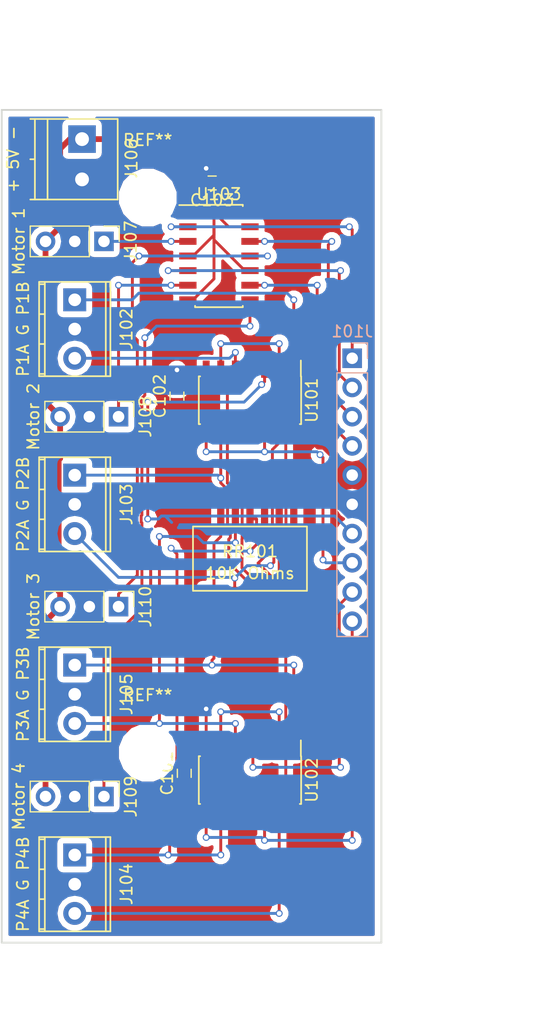
<source format=kicad_pcb>
(kicad_pcb (version 4) (host pcbnew 4.0.7+dfsg1-1ubuntu2)

  (general
    (links 66)
    (no_connects 0)
    (area 25.324999 16.35 77.7 97.865001)
    (thickness 1.6)
    (drawings 11)
    (tracks 305)
    (zones 0)
    (modules 19)
    (nets 33)
  )

  (page A4)
  (layers
    (0 F.Cu signal)
    (31 B.Cu signal)
    (32 B.Adhes user)
    (33 F.Adhes user)
    (34 B.Paste user)
    (35 F.Paste user)
    (36 B.SilkS user)
    (37 F.SilkS user)
    (38 B.Mask user)
    (39 F.Mask user)
    (40 Dwgs.User user)
    (41 Cmts.User user)
    (42 Eco1.User user)
    (43 Eco2.User user)
    (44 Edge.Cuts user)
    (45 Margin user)
    (46 B.CrtYd user)
    (47 F.CrtYd user)
    (48 B.Fab user)
    (49 F.Fab user)
  )

  (setup
    (last_trace_width 0.25)
    (user_trace_width 0.5)
    (user_trace_width 0.75)
    (user_trace_width 1)
    (user_trace_width 1.25)
    (trace_clearance 0.15)
    (zone_clearance 0.508)
    (zone_45_only no)
    (trace_min 0.2)
    (segment_width 0.2)
    (edge_width 0.15)
    (via_size 0.6)
    (via_drill 0.4)
    (via_min_size 0.4)
    (via_min_drill 0.3)
    (user_via 1 0.5)
    (user_via 1.2 0.75)
    (user_via 1.5 1)
    (user_via 1.75 1.25)
    (uvia_size 0.3)
    (uvia_drill 0.1)
    (uvias_allowed no)
    (uvia_min_size 0.2)
    (uvia_min_drill 0.1)
    (pcb_text_width 0.3)
    (pcb_text_size 1.5 1.5)
    (mod_edge_width 0.15)
    (mod_text_size 1 1)
    (mod_text_width 0.15)
    (pad_size 1.524 1.524)
    (pad_drill 0.762)
    (pad_to_mask_clearance 0.2)
    (aux_axis_origin 0 0)
    (visible_elements FFFFEF7F)
    (pcbplotparams
      (layerselection 0x00030_80000001)
      (usegerberextensions false)
      (excludeedgelayer true)
      (linewidth 0.100000)
      (plotframeref false)
      (viasonmask false)
      (mode 1)
      (useauxorigin false)
      (hpglpennumber 1)
      (hpglpenspeed 20)
      (hpglpendiameter 15)
      (hpglpenoverlay 2)
      (psnegative false)
      (psa4output false)
      (plotreference true)
      (plotvalue true)
      (plotinvisibletext false)
      (padsonsilk false)
      (subtractmaskfromsilk false)
      (outputformat 1)
      (mirror false)
      (drillshape 1)
      (scaleselection 1)
      (outputdirectory ""))
  )

  (net 0 "")
  (net 1 GND)
  (net 2 +3V3)
  (net 3 /Motor1)
  (net 4 /Motor2)
  (net 5 /Motor3)
  (net 6 /Motor4)
  (net 7 /Points1)
  (net 8 /Points2)
  (net 9 /Points3)
  (net 10 /Points4)
  (net 11 /P1B)
  (net 12 /P1A)
  (net 13 /P2B)
  (net 14 /P2A)
  (net 15 /P4B)
  (net 16 /P4A)
  (net 17 /P3B)
  (net 18 /P3A)
  (net 19 "Net-(J107-Pad1)")
  (net 20 "Net-(J108-Pad1)")
  (net 21 "Net-(J109-Pad1)")
  (net 22 "Net-(J110-Pad1)")
  (net 23 "Net-(RR101-Pad1)")
  (net 24 "Net-(RR101-Pad2)")
  (net 25 "Net-(RR101-Pad7)")
  (net 26 "Net-(RR101-Pad8)")
  (net 27 "Net-(RR101-Pad9)")
  (net 28 "Net-(U101-Pad2)")
  (net 29 "Net-(U101-Pad10)")
  (net 30 "Net-(U102-Pad2)")
  (net 31 "Net-(U102-Pad10)")
  (net 32 +5V)

  (net_class Default "This is the default net class."
    (clearance 0.15)
    (trace_width 0.25)
    (via_dia 0.6)
    (via_drill 0.4)
    (uvia_dia 0.3)
    (uvia_drill 0.1)
    (add_net +3V3)
    (add_net +5V)
    (add_net /Motor1)
    (add_net /Motor2)
    (add_net /Motor3)
    (add_net /Motor4)
    (add_net /P1A)
    (add_net /P1B)
    (add_net /P2A)
    (add_net /P2B)
    (add_net /P3A)
    (add_net /P3B)
    (add_net /P4A)
    (add_net /P4B)
    (add_net /Points1)
    (add_net /Points2)
    (add_net /Points3)
    (add_net /Points4)
    (add_net GND)
    (add_net "Net-(J107-Pad1)")
    (add_net "Net-(J108-Pad1)")
    (add_net "Net-(J109-Pad1)")
    (add_net "Net-(J110-Pad1)")
    (add_net "Net-(RR101-Pad1)")
    (add_net "Net-(RR101-Pad2)")
    (add_net "Net-(RR101-Pad7)")
    (add_net "Net-(RR101-Pad8)")
    (add_net "Net-(RR101-Pad9)")
    (add_net "Net-(U101-Pad10)")
    (add_net "Net-(U101-Pad2)")
    (add_net "Net-(U102-Pad10)")
    (add_net "Net-(U102-Pad2)")
  )

  (module Mounting_Holes:MountingHole_4mm (layer F.Cu) (tedit 63F4FADF) (tstamp 63FD4649)
    (at 38.1 81.28)
    (descr "Mounting Hole 4mm, no annular")
    (tags "mounting hole 4mm no annular")
    (fp_text reference REF** (at 0 -5) (layer F.SilkS)
      (effects (font (size 1 1) (thickness 0.15)))
    )
    (fp_text value MountingHole_4mm (at 0 5) (layer F.Fab)
      (effects (font (size 1 1) (thickness 0.15)))
    )
    (fp_circle (center 0 0) (end 4 0) (layer Cmts.User) (width 0.15))
    (fp_circle (center 0 0) (end 4.25 0) (layer F.CrtYd) (width 0.05))
    (pad 1 np_thru_hole circle (at 0 0) (size 4 4) (drill 4) (layers *.Cu *.Mask))
  )

  (module Pin_Headers:Pin_Header_Straight_1x10_Pitch2.54mm (layer B.Cu) (tedit 63E9349C) (tstamp 63F63CDE)
    (at 55.88 46.99 180)
    (descr "Through hole straight pin header, 1x10, 2.54mm pitch, single row")
    (tags "Through hole pin header THT 1x10 2.54mm single row")
    (path /63EA55CC)
    (fp_text reference J101 (at 0 2.33 180) (layer B.SilkS)
      (effects (font (size 1 1) (thickness 0.15)) (justify mirror))
    )
    (fp_text value IO_Port (at 0 -25.19 180) (layer B.Fab)
      (effects (font (size 1 1) (thickness 0.15)) (justify mirror))
    )
    (fp_line (start -0.635 1.27) (end 1.27 1.27) (layer B.Fab) (width 0.1))
    (fp_line (start 1.27 1.27) (end 1.27 -24.13) (layer B.Fab) (width 0.1))
    (fp_line (start 1.27 -24.13) (end -1.27 -24.13) (layer B.Fab) (width 0.1))
    (fp_line (start -1.27 -24.13) (end -1.27 0.635) (layer B.Fab) (width 0.1))
    (fp_line (start -1.27 0.635) (end -0.635 1.27) (layer B.Fab) (width 0.1))
    (fp_line (start -1.33 -24.19) (end 1.33 -24.19) (layer B.SilkS) (width 0.12))
    (fp_line (start -1.33 -1.27) (end -1.33 -24.19) (layer B.SilkS) (width 0.12))
    (fp_line (start 1.33 -1.27) (end 1.33 -24.19) (layer B.SilkS) (width 0.12))
    (fp_line (start -1.33 -1.27) (end 1.33 -1.27) (layer B.SilkS) (width 0.12))
    (fp_line (start -1.33 0) (end -1.33 1.33) (layer B.SilkS) (width 0.12))
    (fp_line (start -1.33 1.33) (end 0 1.33) (layer B.SilkS) (width 0.12))
    (fp_line (start -1.8 1.8) (end -1.8 -24.65) (layer B.CrtYd) (width 0.05))
    (fp_line (start -1.8 -24.65) (end 1.8 -24.65) (layer B.CrtYd) (width 0.05))
    (fp_line (start 1.8 -24.65) (end 1.8 1.8) (layer B.CrtYd) (width 0.05))
    (fp_line (start 1.8 1.8) (end -1.8 1.8) (layer B.CrtYd) (width 0.05))
    (fp_text user %R (at 0 -11.43 450) (layer B.Fab)
      (effects (font (size 1 1) (thickness 0.15)) (justify mirror))
    )
    (pad 1 thru_hole rect (at 0 0 180) (size 1.7 1.7) (drill 1) (layers *.Cu *.Mask)
      (net 3 /Motor1))
    (pad 2 thru_hole oval (at 0 -2.54 180) (size 1.7 1.7) (drill 1) (layers *.Cu *.Mask)
      (net 4 /Motor2))
    (pad 3 thru_hole oval (at 0 -5.08 180) (size 1.7 1.7) (drill 1) (layers *.Cu *.Mask)
      (net 5 /Motor3))
    (pad 4 thru_hole oval (at 0 -7.62 180) (size 1.7 1.7) (drill 1) (layers *.Cu *.Mask)
      (net 6 /Motor4))
    (pad 5 thru_hole oval (at 0 -10.16 180) (size 1.7 1.7) (drill 1) (layers *.Cu *.Mask)
      (net 2 +3V3))
    (pad 6 thru_hole oval (at 0 -12.7 180) (size 1.7 1.7) (drill 1) (layers *.Cu *.Mask)
      (net 1 GND))
    (pad 7 thru_hole oval (at 0 -15.24 180) (size 1.7 1.7) (drill 1) (layers *.Cu *.Mask)
      (net 7 /Points1))
    (pad 8 thru_hole oval (at 0 -17.78 180) (size 1.7 1.7) (drill 1) (layers *.Cu *.Mask)
      (net 8 /Points2))
    (pad 9 thru_hole oval (at 0 -20.32 180) (size 1.7 1.7) (drill 1) (layers *.Cu *.Mask)
      (net 9 /Points3))
    (pad 10 thru_hole oval (at 0 -22.86 180) (size 1.7 1.7) (drill 1) (layers *.Cu *.Mask)
      (net 10 /Points4))
    (model ${KISYS3DMOD}/Pin_Headers.3dshapes/Pin_Header_Straight_1x10_Pitch2.54mm.wrl
      (at (xyz 0 0 0))
      (scale (xyz 1 1 1))
      (rotate (xyz 0 0 0))
    )
  )

  (module Capacitors_SMD:C_0603 (layer F.Cu) (tedit 59958EE7) (tstamp 63F59CA8)
    (at 41.275 83.07 90)
    (descr "Capacitor SMD 0603, reflow soldering, AVX (see smccp.pdf)")
    (tags "capacitor 0603")
    (path /63EA55AE)
    (attr smd)
    (fp_text reference C101 (at 0 -1.5 90) (layer F.SilkS)
      (effects (font (size 1 1) (thickness 0.15)))
    )
    (fp_text value ".1 uf" (at 0 1.5 90) (layer F.Fab)
      (effects (font (size 1 1) (thickness 0.15)))
    )
    (fp_line (start 1.4 0.65) (end -1.4 0.65) (layer F.CrtYd) (width 0.05))
    (fp_line (start 1.4 0.65) (end 1.4 -0.65) (layer F.CrtYd) (width 0.05))
    (fp_line (start -1.4 -0.65) (end -1.4 0.65) (layer F.CrtYd) (width 0.05))
    (fp_line (start -1.4 -0.65) (end 1.4 -0.65) (layer F.CrtYd) (width 0.05))
    (fp_line (start 0.35 0.6) (end -0.35 0.6) (layer F.SilkS) (width 0.12))
    (fp_line (start -0.35 -0.6) (end 0.35 -0.6) (layer F.SilkS) (width 0.12))
    (fp_line (start -0.8 -0.4) (end 0.8 -0.4) (layer F.Fab) (width 0.1))
    (fp_line (start 0.8 -0.4) (end 0.8 0.4) (layer F.Fab) (width 0.1))
    (fp_line (start 0.8 0.4) (end -0.8 0.4) (layer F.Fab) (width 0.1))
    (fp_line (start -0.8 0.4) (end -0.8 -0.4) (layer F.Fab) (width 0.1))
    (fp_text user %R (at 0 0 90) (layer F.Fab)
      (effects (font (size 0.3 0.3) (thickness 0.075)))
    )
    (pad 2 smd rect (at 0.75 0 90) (size 0.8 0.75) (layers F.Cu F.Paste F.Mask)
      (net 1 GND))
    (pad 1 smd rect (at -0.75 0 90) (size 0.8 0.75) (layers F.Cu F.Paste F.Mask)
      (net 2 +3V3))
    (model Capacitors_SMD.3dshapes/C_0603.wrl
      (at (xyz 0 0 0))
      (scale (xyz 1 1 1))
      (rotate (xyz 0 0 0))
    )
  )

  (module Capacitors_SMD:C_0603 (layer F.Cu) (tedit 59958EE7) (tstamp 63F59CB9)
    (at 40.64 50.28 90)
    (descr "Capacitor SMD 0603, reflow soldering, AVX (see smccp.pdf)")
    (tags "capacitor 0603")
    (path /63EA55AF)
    (attr smd)
    (fp_text reference C102 (at 0 -1.5 90) (layer F.SilkS)
      (effects (font (size 1 1) (thickness 0.15)))
    )
    (fp_text value ".1 uf" (at 0 1.5 90) (layer F.Fab)
      (effects (font (size 1 1) (thickness 0.15)))
    )
    (fp_line (start 1.4 0.65) (end -1.4 0.65) (layer F.CrtYd) (width 0.05))
    (fp_line (start 1.4 0.65) (end 1.4 -0.65) (layer F.CrtYd) (width 0.05))
    (fp_line (start -1.4 -0.65) (end -1.4 0.65) (layer F.CrtYd) (width 0.05))
    (fp_line (start -1.4 -0.65) (end 1.4 -0.65) (layer F.CrtYd) (width 0.05))
    (fp_line (start 0.35 0.6) (end -0.35 0.6) (layer F.SilkS) (width 0.12))
    (fp_line (start -0.35 -0.6) (end 0.35 -0.6) (layer F.SilkS) (width 0.12))
    (fp_line (start -0.8 -0.4) (end 0.8 -0.4) (layer F.Fab) (width 0.1))
    (fp_line (start 0.8 -0.4) (end 0.8 0.4) (layer F.Fab) (width 0.1))
    (fp_line (start 0.8 0.4) (end -0.8 0.4) (layer F.Fab) (width 0.1))
    (fp_line (start -0.8 0.4) (end -0.8 -0.4) (layer F.Fab) (width 0.1))
    (fp_text user %R (at 0 0 90) (layer F.Fab)
      (effects (font (size 0.3 0.3) (thickness 0.075)))
    )
    (pad 2 smd rect (at 0.75 0 90) (size 0.8 0.75) (layers F.Cu F.Paste F.Mask)
      (net 1 GND))
    (pad 1 smd rect (at -0.75 0 90) (size 0.8 0.75) (layers F.Cu F.Paste F.Mask)
      (net 2 +3V3))
    (model Capacitors_SMD.3dshapes/C_0603.wrl
      (at (xyz 0 0 0))
      (scale (xyz 1 1 1))
      (rotate (xyz 0 0 0))
    )
  )

  (module Capacitors_SMD:C_0603 (layer F.Cu) (tedit 59958EE7) (tstamp 63F59CCA)
    (at 43.7 31.75 180)
    (descr "Capacitor SMD 0603, reflow soldering, AVX (see smccp.pdf)")
    (tags "capacitor 0603")
    (path /63EADA2C)
    (attr smd)
    (fp_text reference C103 (at 0 -1.5 180) (layer F.SilkS)
      (effects (font (size 1 1) (thickness 0.15)))
    )
    (fp_text value .1uf (at 0 1.5 180) (layer F.Fab)
      (effects (font (size 1 1) (thickness 0.15)))
    )
    (fp_line (start 1.4 0.65) (end -1.4 0.65) (layer F.CrtYd) (width 0.05))
    (fp_line (start 1.4 0.65) (end 1.4 -0.65) (layer F.CrtYd) (width 0.05))
    (fp_line (start -1.4 -0.65) (end -1.4 0.65) (layer F.CrtYd) (width 0.05))
    (fp_line (start -1.4 -0.65) (end 1.4 -0.65) (layer F.CrtYd) (width 0.05))
    (fp_line (start 0.35 0.6) (end -0.35 0.6) (layer F.SilkS) (width 0.12))
    (fp_line (start -0.35 -0.6) (end 0.35 -0.6) (layer F.SilkS) (width 0.12))
    (fp_line (start -0.8 -0.4) (end 0.8 -0.4) (layer F.Fab) (width 0.1))
    (fp_line (start 0.8 -0.4) (end 0.8 0.4) (layer F.Fab) (width 0.1))
    (fp_line (start 0.8 0.4) (end -0.8 0.4) (layer F.Fab) (width 0.1))
    (fp_line (start -0.8 0.4) (end -0.8 -0.4) (layer F.Fab) (width 0.1))
    (fp_text user %R (at 0 0 180) (layer F.Fab)
      (effects (font (size 0.3 0.3) (thickness 0.075)))
    )
    (pad 2 smd rect (at 0.75 0 180) (size 0.8 0.75) (layers F.Cu F.Paste F.Mask)
      (net 1 GND))
    (pad 1 smd rect (at -0.75 0 180) (size 0.8 0.75) (layers F.Cu F.Paste F.Mask)
      (net 32 +5V))
    (model Capacitors_SMD.3dshapes/C_0603.wrl
      (at (xyz 0 0 0))
      (scale (xyz 1 1 1))
      (rotate (xyz 0 0 0))
    )
  )

  (module Connectors_Terminal_Blocks:TerminalBlock_Pheonix_MPT-2.54mm_3pol (layer F.Cu) (tedit 63EA9106) (tstamp 63F59CDF)
    (at 31.75 41.91 270)
    (descr "3-way 2.54mm pitch terminal block, Phoenix MPT series")
    (path /63EABCF7)
    (fp_text reference J102 (at 2.54 -4.50088 270) (layer F.SilkS)
      (effects (font (size 1 1) (thickness 0.15)))
    )
    (fp_text value "P1A G P1B" (at 2.54 4.50088 270) (layer F.SilkS)
      (effects (font (size 1 1) (thickness 0.15)))
    )
    (fp_line (start -1.778 3.302) (end 6.858 3.302) (layer F.CrtYd) (width 0.05))
    (fp_line (start -1.778 -3.302) (end -1.778 3.302) (layer F.CrtYd) (width 0.05))
    (fp_line (start 6.858 -3.302) (end -1.778 -3.302) (layer F.CrtYd) (width 0.05))
    (fp_line (start 6.858 3.302) (end 6.858 -3.302) (layer F.CrtYd) (width 0.05))
    (fp_line (start 6.63956 -3.0988) (end -1.55956 -3.0988) (layer F.SilkS) (width 0.15))
    (fp_line (start 6.63956 -2.70002) (end -1.55956 -2.70002) (layer F.SilkS) (width 0.15))
    (fp_line (start 6.63956 2.60096) (end -1.55956 2.60096) (layer F.SilkS) (width 0.15))
    (fp_line (start -1.55956 3.0988) (end 6.63956 3.0988) (layer F.SilkS) (width 0.15))
    (fp_line (start 3.84048 2.60096) (end 3.84048 3.0988) (layer F.SilkS) (width 0.15))
    (fp_line (start -1.3589 3.0988) (end -1.3589 2.60096) (layer F.SilkS) (width 0.15))
    (fp_line (start 6.44144 2.60096) (end 6.44144 3.0988) (layer F.SilkS) (width 0.15))
    (fp_line (start 1.24206 3.0988) (end 1.24206 2.60096) (layer F.SilkS) (width 0.15))
    (fp_line (start 6.63956 3.0988) (end 6.63956 -3.0988) (layer F.SilkS) (width 0.15))
    (fp_line (start -1.55702 -3.0988) (end -1.55702 3.0988) (layer F.SilkS) (width 0.15))
    (pad 3 thru_hole oval (at 5.08 0 270) (size 1.99898 1.99898) (drill 1.09728) (layers *.Cu *.Mask)
      (net 11 /P1B))
    (pad 1 thru_hole rect (at 0 0 270) (size 1.99898 1.99898) (drill 1.09728) (layers *.Cu *.Mask)
      (net 12 /P1A))
    (pad 2 thru_hole oval (at 2.54 0 270) (size 1.99898 1.99898) (drill 1.09728) (layers *.Cu *.Mask)
      (net 1 GND))
    (model Terminal_Blocks.3dshapes/TerminalBlock_Pheonix_MPT-2.54mm_3pol.wrl
      (at (xyz 0.1 0 0))
      (scale (xyz 1 1 1))
      (rotate (xyz 0 0 0))
    )
  )

  (module Connectors_Terminal_Blocks:TerminalBlock_Pheonix_MPT-2.54mm_3pol (layer F.Cu) (tedit 63EA9116) (tstamp 63F59CF4)
    (at 31.75 57.15 270)
    (descr "3-way 2.54mm pitch terminal block, Phoenix MPT series")
    (path /63EAC3CF)
    (fp_text reference J103 (at 2.54 -4.50088 270) (layer F.SilkS)
      (effects (font (size 1 1) (thickness 0.15)))
    )
    (fp_text value "P2A G P2B" (at 2.54 4.50088 270) (layer F.SilkS)
      (effects (font (size 1 1) (thickness 0.15)))
    )
    (fp_line (start -1.778 3.302) (end 6.858 3.302) (layer F.CrtYd) (width 0.05))
    (fp_line (start -1.778 -3.302) (end -1.778 3.302) (layer F.CrtYd) (width 0.05))
    (fp_line (start 6.858 -3.302) (end -1.778 -3.302) (layer F.CrtYd) (width 0.05))
    (fp_line (start 6.858 3.302) (end 6.858 -3.302) (layer F.CrtYd) (width 0.05))
    (fp_line (start 6.63956 -3.0988) (end -1.55956 -3.0988) (layer F.SilkS) (width 0.15))
    (fp_line (start 6.63956 -2.70002) (end -1.55956 -2.70002) (layer F.SilkS) (width 0.15))
    (fp_line (start 6.63956 2.60096) (end -1.55956 2.60096) (layer F.SilkS) (width 0.15))
    (fp_line (start -1.55956 3.0988) (end 6.63956 3.0988) (layer F.SilkS) (width 0.15))
    (fp_line (start 3.84048 2.60096) (end 3.84048 3.0988) (layer F.SilkS) (width 0.15))
    (fp_line (start -1.3589 3.0988) (end -1.3589 2.60096) (layer F.SilkS) (width 0.15))
    (fp_line (start 6.44144 2.60096) (end 6.44144 3.0988) (layer F.SilkS) (width 0.15))
    (fp_line (start 1.24206 3.0988) (end 1.24206 2.60096) (layer F.SilkS) (width 0.15))
    (fp_line (start 6.63956 3.0988) (end 6.63956 -3.0988) (layer F.SilkS) (width 0.15))
    (fp_line (start -1.55702 -3.0988) (end -1.55702 3.0988) (layer F.SilkS) (width 0.15))
    (pad 3 thru_hole oval (at 5.08 0 270) (size 1.99898 1.99898) (drill 1.09728) (layers *.Cu *.Mask)
      (net 13 /P2B))
    (pad 1 thru_hole rect (at 0 0 270) (size 1.99898 1.99898) (drill 1.09728) (layers *.Cu *.Mask)
      (net 14 /P2A))
    (pad 2 thru_hole oval (at 2.54 0 270) (size 1.99898 1.99898) (drill 1.09728) (layers *.Cu *.Mask)
      (net 1 GND))
    (model Terminal_Blocks.3dshapes/TerminalBlock_Pheonix_MPT-2.54mm_3pol.wrl
      (at (xyz 0.1 0 0))
      (scale (xyz 1 1 1))
      (rotate (xyz 0 0 0))
    )
  )

  (module Connectors_Terminal_Blocks:TerminalBlock_Pheonix_MPT-2.54mm_3pol (layer F.Cu) (tedit 63EA912E) (tstamp 63F59D09)
    (at 31.75 90.17 270)
    (descr "3-way 2.54mm pitch terminal block, Phoenix MPT series")
    (path /63EACAD8)
    (fp_text reference J104 (at 2.54 -4.50088 270) (layer F.SilkS)
      (effects (font (size 1 1) (thickness 0.15)))
    )
    (fp_text value "P4A G P4B" (at 2.54 4.50088 270) (layer F.SilkS)
      (effects (font (size 1 1) (thickness 0.15)))
    )
    (fp_line (start -1.778 3.302) (end 6.858 3.302) (layer F.CrtYd) (width 0.05))
    (fp_line (start -1.778 -3.302) (end -1.778 3.302) (layer F.CrtYd) (width 0.05))
    (fp_line (start 6.858 -3.302) (end -1.778 -3.302) (layer F.CrtYd) (width 0.05))
    (fp_line (start 6.858 3.302) (end 6.858 -3.302) (layer F.CrtYd) (width 0.05))
    (fp_line (start 6.63956 -3.0988) (end -1.55956 -3.0988) (layer F.SilkS) (width 0.15))
    (fp_line (start 6.63956 -2.70002) (end -1.55956 -2.70002) (layer F.SilkS) (width 0.15))
    (fp_line (start 6.63956 2.60096) (end -1.55956 2.60096) (layer F.SilkS) (width 0.15))
    (fp_line (start -1.55956 3.0988) (end 6.63956 3.0988) (layer F.SilkS) (width 0.15))
    (fp_line (start 3.84048 2.60096) (end 3.84048 3.0988) (layer F.SilkS) (width 0.15))
    (fp_line (start -1.3589 3.0988) (end -1.3589 2.60096) (layer F.SilkS) (width 0.15))
    (fp_line (start 6.44144 2.60096) (end 6.44144 3.0988) (layer F.SilkS) (width 0.15))
    (fp_line (start 1.24206 3.0988) (end 1.24206 2.60096) (layer F.SilkS) (width 0.15))
    (fp_line (start 6.63956 3.0988) (end 6.63956 -3.0988) (layer F.SilkS) (width 0.15))
    (fp_line (start -1.55702 -3.0988) (end -1.55702 3.0988) (layer F.SilkS) (width 0.15))
    (pad 3 thru_hole oval (at 5.08 0 270) (size 1.99898 1.99898) (drill 1.09728) (layers *.Cu *.Mask)
      (net 15 /P4B))
    (pad 1 thru_hole rect (at 0 0 270) (size 1.99898 1.99898) (drill 1.09728) (layers *.Cu *.Mask)
      (net 16 /P4A))
    (pad 2 thru_hole oval (at 2.54 0 270) (size 1.99898 1.99898) (drill 1.09728) (layers *.Cu *.Mask)
      (net 1 GND))
    (model Terminal_Blocks.3dshapes/TerminalBlock_Pheonix_MPT-2.54mm_3pol.wrl
      (at (xyz 0.1 0 0))
      (scale (xyz 1 1 1))
      (rotate (xyz 0 0 0))
    )
  )

  (module Connectors_Terminal_Blocks:TerminalBlock_Pheonix_MPT-2.54mm_3pol (layer F.Cu) (tedit 63EA9122) (tstamp 63F59D1E)
    (at 31.75 73.66 270)
    (descr "3-way 2.54mm pitch terminal block, Phoenix MPT series")
    (path /63EAC6FE)
    (fp_text reference J105 (at 2.54 -4.50088 270) (layer F.SilkS)
      (effects (font (size 1 1) (thickness 0.15)))
    )
    (fp_text value "P3A G P3B" (at 2.54 4.50088 270) (layer F.SilkS)
      (effects (font (size 1 1) (thickness 0.15)))
    )
    (fp_line (start -1.778 3.302) (end 6.858 3.302) (layer F.CrtYd) (width 0.05))
    (fp_line (start -1.778 -3.302) (end -1.778 3.302) (layer F.CrtYd) (width 0.05))
    (fp_line (start 6.858 -3.302) (end -1.778 -3.302) (layer F.CrtYd) (width 0.05))
    (fp_line (start 6.858 3.302) (end 6.858 -3.302) (layer F.CrtYd) (width 0.05))
    (fp_line (start 6.63956 -3.0988) (end -1.55956 -3.0988) (layer F.SilkS) (width 0.15))
    (fp_line (start 6.63956 -2.70002) (end -1.55956 -2.70002) (layer F.SilkS) (width 0.15))
    (fp_line (start 6.63956 2.60096) (end -1.55956 2.60096) (layer F.SilkS) (width 0.15))
    (fp_line (start -1.55956 3.0988) (end 6.63956 3.0988) (layer F.SilkS) (width 0.15))
    (fp_line (start 3.84048 2.60096) (end 3.84048 3.0988) (layer F.SilkS) (width 0.15))
    (fp_line (start -1.3589 3.0988) (end -1.3589 2.60096) (layer F.SilkS) (width 0.15))
    (fp_line (start 6.44144 2.60096) (end 6.44144 3.0988) (layer F.SilkS) (width 0.15))
    (fp_line (start 1.24206 3.0988) (end 1.24206 2.60096) (layer F.SilkS) (width 0.15))
    (fp_line (start 6.63956 3.0988) (end 6.63956 -3.0988) (layer F.SilkS) (width 0.15))
    (fp_line (start -1.55702 -3.0988) (end -1.55702 3.0988) (layer F.SilkS) (width 0.15))
    (pad 3 thru_hole oval (at 5.08 0 270) (size 1.99898 1.99898) (drill 1.09728) (layers *.Cu *.Mask)
      (net 17 /P3B))
    (pad 1 thru_hole rect (at 0 0 270) (size 1.99898 1.99898) (drill 1.09728) (layers *.Cu *.Mask)
      (net 18 /P3A))
    (pad 2 thru_hole oval (at 2.54 0 270) (size 1.99898 1.99898) (drill 1.09728) (layers *.Cu *.Mask)
      (net 1 GND))
    (model Terminal_Blocks.3dshapes/TerminalBlock_Pheonix_MPT-2.54mm_3pol.wrl
      (at (xyz 0.1 0 0))
      (scale (xyz 1 1 1))
      (rotate (xyz 0 0 0))
    )
  )

  (module Connectors_Terminal_Blocks:TerminalBlock_Pheonix_PT-3.5mm_2pol (layer F.Cu) (tedit 63EA90F7) (tstamp 63F59D2E)
    (at 32.385 27.94 270)
    (descr "2-way 3.5mm pitch terminal block, Phoenix PT series")
    (path /63EADB43)
    (fp_text reference J106 (at 1.75 -4.3 270) (layer F.SilkS)
      (effects (font (size 1 1) (thickness 0.15)))
    )
    (fp_text value "+ 5V -" (at 1.75 6 270) (layer F.SilkS)
      (effects (font (size 1 1) (thickness 0.15)))
    )
    (fp_line (start -1.9 -3.3) (end 5.4 -3.3) (layer F.CrtYd) (width 0.05))
    (fp_line (start -1.9 4.7) (end -1.9 -3.3) (layer F.CrtYd) (width 0.05))
    (fp_line (start 5.4 4.7) (end -1.9 4.7) (layer F.CrtYd) (width 0.05))
    (fp_line (start 5.4 -3.3) (end 5.4 4.7) (layer F.CrtYd) (width 0.05))
    (fp_line (start 1.75 4.1) (end 1.75 4.5) (layer F.SilkS) (width 0.15))
    (fp_line (start -1.75 3) (end 5.25 3) (layer F.SilkS) (width 0.15))
    (fp_line (start -1.75 4.1) (end 5.25 4.1) (layer F.SilkS) (width 0.15))
    (fp_line (start -1.75 -3.1) (end -1.75 4.5) (layer F.SilkS) (width 0.15))
    (fp_line (start 5.25 4.5) (end 5.25 -3.1) (layer F.SilkS) (width 0.15))
    (fp_line (start 5.25 -3.1) (end -1.75 -3.1) (layer F.SilkS) (width 0.15))
    (pad 2 thru_hole circle (at 3.5 0 270) (size 2.4 2.4) (drill 1.2) (layers *.Cu *.Mask)
      (net 1 GND))
    (pad 1 thru_hole rect (at 0 0 270) (size 2.4 2.4) (drill 1.2) (layers *.Cu *.Mask)
      (net 32 +5V))
    (model Terminal_Blocks.3dshapes/TerminalBlock_Pheonix_PT-3.5mm_2pol.wrl
      (at (xyz 0 0 0))
      (scale (xyz 1 1 1))
      (rotate (xyz 0 0 0))
    )
  )

  (module Pin_Headers:Pin_Header_Straight_1x03_Pitch2.54mm (layer F.Cu) (tedit 63EA90FE) (tstamp 63F59D45)
    (at 34.29 36.83 270)
    (descr "Through hole straight pin header, 1x03, 2.54mm pitch, single row")
    (tags "Through hole pin header THT 1x03 2.54mm single row")
    (path /63EADDC8)
    (fp_text reference J107 (at 0 -2.33 270) (layer F.SilkS)
      (effects (font (size 1 1) (thickness 0.15)))
    )
    (fp_text value "Motor 1" (at 0 7.41 270) (layer F.SilkS)
      (effects (font (size 1 1) (thickness 0.15)))
    )
    (fp_line (start -0.635 -1.27) (end 1.27 -1.27) (layer F.Fab) (width 0.1))
    (fp_line (start 1.27 -1.27) (end 1.27 6.35) (layer F.Fab) (width 0.1))
    (fp_line (start 1.27 6.35) (end -1.27 6.35) (layer F.Fab) (width 0.1))
    (fp_line (start -1.27 6.35) (end -1.27 -0.635) (layer F.Fab) (width 0.1))
    (fp_line (start -1.27 -0.635) (end -0.635 -1.27) (layer F.Fab) (width 0.1))
    (fp_line (start -1.33 6.41) (end 1.33 6.41) (layer F.SilkS) (width 0.12))
    (fp_line (start -1.33 1.27) (end -1.33 6.41) (layer F.SilkS) (width 0.12))
    (fp_line (start 1.33 1.27) (end 1.33 6.41) (layer F.SilkS) (width 0.12))
    (fp_line (start -1.33 1.27) (end 1.33 1.27) (layer F.SilkS) (width 0.12))
    (fp_line (start -1.33 0) (end -1.33 -1.33) (layer F.SilkS) (width 0.12))
    (fp_line (start -1.33 -1.33) (end 0 -1.33) (layer F.SilkS) (width 0.12))
    (fp_line (start -1.8 -1.8) (end -1.8 6.85) (layer F.CrtYd) (width 0.05))
    (fp_line (start -1.8 6.85) (end 1.8 6.85) (layer F.CrtYd) (width 0.05))
    (fp_line (start 1.8 6.85) (end 1.8 -1.8) (layer F.CrtYd) (width 0.05))
    (fp_line (start 1.8 -1.8) (end -1.8 -1.8) (layer F.CrtYd) (width 0.05))
    (fp_text user %R (at 0 2.54 360) (layer F.Fab)
      (effects (font (size 1 1) (thickness 0.15)))
    )
    (pad 1 thru_hole rect (at 0 0 270) (size 1.7 1.7) (drill 1) (layers *.Cu *.Mask)
      (net 19 "Net-(J107-Pad1)"))
    (pad 2 thru_hole oval (at 0 2.54 270) (size 1.7 1.7) (drill 1) (layers *.Cu *.Mask)
      (net 1 GND))
    (pad 3 thru_hole oval (at 0 5.08 270) (size 1.7 1.7) (drill 1) (layers *.Cu *.Mask)
      (net 32 +5V))
    (model ${KISYS3DMOD}/Pin_Headers.3dshapes/Pin_Header_Straight_1x03_Pitch2.54mm.wrl
      (at (xyz 0 0 0))
      (scale (xyz 1 1 1))
      (rotate (xyz 0 0 0))
    )
  )

  (module Pin_Headers:Pin_Header_Straight_1x03_Pitch2.54mm (layer F.Cu) (tedit 63EA9111) (tstamp 63F59D5C)
    (at 35.56 52.07 270)
    (descr "Through hole straight pin header, 1x03, 2.54mm pitch, single row")
    (tags "Through hole pin header THT 1x03 2.54mm single row")
    (path /63EAE9BF)
    (fp_text reference J108 (at 0 -2.33 270) (layer F.SilkS)
      (effects (font (size 1 1) (thickness 0.15)))
    )
    (fp_text value "Motor 2" (at 0 7.41 270) (layer F.SilkS)
      (effects (font (size 1 1) (thickness 0.15)))
    )
    (fp_line (start -0.635 -1.27) (end 1.27 -1.27) (layer F.Fab) (width 0.1))
    (fp_line (start 1.27 -1.27) (end 1.27 6.35) (layer F.Fab) (width 0.1))
    (fp_line (start 1.27 6.35) (end -1.27 6.35) (layer F.Fab) (width 0.1))
    (fp_line (start -1.27 6.35) (end -1.27 -0.635) (layer F.Fab) (width 0.1))
    (fp_line (start -1.27 -0.635) (end -0.635 -1.27) (layer F.Fab) (width 0.1))
    (fp_line (start -1.33 6.41) (end 1.33 6.41) (layer F.SilkS) (width 0.12))
    (fp_line (start -1.33 1.27) (end -1.33 6.41) (layer F.SilkS) (width 0.12))
    (fp_line (start 1.33 1.27) (end 1.33 6.41) (layer F.SilkS) (width 0.12))
    (fp_line (start -1.33 1.27) (end 1.33 1.27) (layer F.SilkS) (width 0.12))
    (fp_line (start -1.33 0) (end -1.33 -1.33) (layer F.SilkS) (width 0.12))
    (fp_line (start -1.33 -1.33) (end 0 -1.33) (layer F.SilkS) (width 0.12))
    (fp_line (start -1.8 -1.8) (end -1.8 6.85) (layer F.CrtYd) (width 0.05))
    (fp_line (start -1.8 6.85) (end 1.8 6.85) (layer F.CrtYd) (width 0.05))
    (fp_line (start 1.8 6.85) (end 1.8 -1.8) (layer F.CrtYd) (width 0.05))
    (fp_line (start 1.8 -1.8) (end -1.8 -1.8) (layer F.CrtYd) (width 0.05))
    (fp_text user %R (at 0 2.54 360) (layer F.Fab)
      (effects (font (size 1 1) (thickness 0.15)))
    )
    (pad 1 thru_hole rect (at 0 0 270) (size 1.7 1.7) (drill 1) (layers *.Cu *.Mask)
      (net 20 "Net-(J108-Pad1)"))
    (pad 2 thru_hole oval (at 0 2.54 270) (size 1.7 1.7) (drill 1) (layers *.Cu *.Mask)
      (net 1 GND))
    (pad 3 thru_hole oval (at 0 5.08 270) (size 1.7 1.7) (drill 1) (layers *.Cu *.Mask)
      (net 32 +5V))
    (model ${KISYS3DMOD}/Pin_Headers.3dshapes/Pin_Header_Straight_1x03_Pitch2.54mm.wrl
      (at (xyz 0 0 0))
      (scale (xyz 1 1 1))
      (rotate (xyz 0 0 0))
    )
  )

  (module Pin_Headers:Pin_Header_Straight_1x03_Pitch2.54mm (layer F.Cu) (tedit 63EA9128) (tstamp 63F59D73)
    (at 34.29 85.09 270)
    (descr "Through hole straight pin header, 1x03, 2.54mm pitch, single row")
    (tags "Through hole pin header THT 1x03 2.54mm single row")
    (path /63EAF3C4)
    (fp_text reference J109 (at 0 -2.33 270) (layer F.SilkS)
      (effects (font (size 1 1) (thickness 0.15)))
    )
    (fp_text value "Motor 4" (at 0 7.41 270) (layer F.SilkS)
      (effects (font (size 1 1) (thickness 0.15)))
    )
    (fp_line (start -0.635 -1.27) (end 1.27 -1.27) (layer F.Fab) (width 0.1))
    (fp_line (start 1.27 -1.27) (end 1.27 6.35) (layer F.Fab) (width 0.1))
    (fp_line (start 1.27 6.35) (end -1.27 6.35) (layer F.Fab) (width 0.1))
    (fp_line (start -1.27 6.35) (end -1.27 -0.635) (layer F.Fab) (width 0.1))
    (fp_line (start -1.27 -0.635) (end -0.635 -1.27) (layer F.Fab) (width 0.1))
    (fp_line (start -1.33 6.41) (end 1.33 6.41) (layer F.SilkS) (width 0.12))
    (fp_line (start -1.33 1.27) (end -1.33 6.41) (layer F.SilkS) (width 0.12))
    (fp_line (start 1.33 1.27) (end 1.33 6.41) (layer F.SilkS) (width 0.12))
    (fp_line (start -1.33 1.27) (end 1.33 1.27) (layer F.SilkS) (width 0.12))
    (fp_line (start -1.33 0) (end -1.33 -1.33) (layer F.SilkS) (width 0.12))
    (fp_line (start -1.33 -1.33) (end 0 -1.33) (layer F.SilkS) (width 0.12))
    (fp_line (start -1.8 -1.8) (end -1.8 6.85) (layer F.CrtYd) (width 0.05))
    (fp_line (start -1.8 6.85) (end 1.8 6.85) (layer F.CrtYd) (width 0.05))
    (fp_line (start 1.8 6.85) (end 1.8 -1.8) (layer F.CrtYd) (width 0.05))
    (fp_line (start 1.8 -1.8) (end -1.8 -1.8) (layer F.CrtYd) (width 0.05))
    (fp_text user %R (at 0 2.54 360) (layer F.Fab)
      (effects (font (size 1 1) (thickness 0.15)))
    )
    (pad 1 thru_hole rect (at 0 0 270) (size 1.7 1.7) (drill 1) (layers *.Cu *.Mask)
      (net 21 "Net-(J109-Pad1)"))
    (pad 2 thru_hole oval (at 0 2.54 270) (size 1.7 1.7) (drill 1) (layers *.Cu *.Mask)
      (net 1 GND))
    (pad 3 thru_hole oval (at 0 5.08 270) (size 1.7 1.7) (drill 1) (layers *.Cu *.Mask)
      (net 32 +5V))
    (model ${KISYS3DMOD}/Pin_Headers.3dshapes/Pin_Header_Straight_1x03_Pitch2.54mm.wrl
      (at (xyz 0 0 0))
      (scale (xyz 1 1 1))
      (rotate (xyz 0 0 0))
    )
  )

  (module Pin_Headers:Pin_Header_Straight_1x03_Pitch2.54mm (layer F.Cu) (tedit 63EA911C) (tstamp 63F59D8A)
    (at 35.56 68.58 270)
    (descr "Through hole straight pin header, 1x03, 2.54mm pitch, single row")
    (tags "Through hole pin header THT 1x03 2.54mm single row")
    (path /63EAF1F6)
    (fp_text reference J110 (at 0 -2.33 270) (layer F.SilkS)
      (effects (font (size 1 1) (thickness 0.15)))
    )
    (fp_text value "Motor 3" (at 0 7.41 270) (layer F.SilkS)
      (effects (font (size 1 1) (thickness 0.15)))
    )
    (fp_line (start -0.635 -1.27) (end 1.27 -1.27) (layer F.Fab) (width 0.1))
    (fp_line (start 1.27 -1.27) (end 1.27 6.35) (layer F.Fab) (width 0.1))
    (fp_line (start 1.27 6.35) (end -1.27 6.35) (layer F.Fab) (width 0.1))
    (fp_line (start -1.27 6.35) (end -1.27 -0.635) (layer F.Fab) (width 0.1))
    (fp_line (start -1.27 -0.635) (end -0.635 -1.27) (layer F.Fab) (width 0.1))
    (fp_line (start -1.33 6.41) (end 1.33 6.41) (layer F.SilkS) (width 0.12))
    (fp_line (start -1.33 1.27) (end -1.33 6.41) (layer F.SilkS) (width 0.12))
    (fp_line (start 1.33 1.27) (end 1.33 6.41) (layer F.SilkS) (width 0.12))
    (fp_line (start -1.33 1.27) (end 1.33 1.27) (layer F.SilkS) (width 0.12))
    (fp_line (start -1.33 0) (end -1.33 -1.33) (layer F.SilkS) (width 0.12))
    (fp_line (start -1.33 -1.33) (end 0 -1.33) (layer F.SilkS) (width 0.12))
    (fp_line (start -1.8 -1.8) (end -1.8 6.85) (layer F.CrtYd) (width 0.05))
    (fp_line (start -1.8 6.85) (end 1.8 6.85) (layer F.CrtYd) (width 0.05))
    (fp_line (start 1.8 6.85) (end 1.8 -1.8) (layer F.CrtYd) (width 0.05))
    (fp_line (start 1.8 -1.8) (end -1.8 -1.8) (layer F.CrtYd) (width 0.05))
    (fp_text user %R (at 0 2.54 360) (layer F.Fab)
      (effects (font (size 1 1) (thickness 0.15)))
    )
    (pad 1 thru_hole rect (at 0 0 270) (size 1.7 1.7) (drill 1) (layers *.Cu *.Mask)
      (net 22 "Net-(J110-Pad1)"))
    (pad 2 thru_hole oval (at 0 2.54 270) (size 1.7 1.7) (drill 1) (layers *.Cu *.Mask)
      (net 1 GND))
    (pad 3 thru_hole oval (at 0 5.08 270) (size 1.7 1.7) (drill 1) (layers *.Cu *.Mask)
      (net 32 +5V))
    (model ${KISYS3DMOD}/Pin_Headers.3dshapes/Pin_Header_Straight_1x03_Pitch2.54mm.wrl
      (at (xyz 0 0 0))
      (scale (xyz 1 1 1))
      (rotate (xyz 0 0 0))
    )
  )

  (module 48xxP:4814P (layer F.Cu) (tedit 5E4B486B) (tstamp 63F59DA0)
    (at 46.99 64.41)
    (path /63EA55AD)
    (fp_text reference RR101 (at 0 -0.635) (layer F.SilkS)
      (effects (font (size 1 1) (thickness 0.15)))
    )
    (fp_text value "10K Ohms" (at 0 1.27) (layer F.SilkS)
      (effects (font (size 1 1) (thickness 0.15)))
    )
    (fp_line (start -4.955 -2.795) (end 4.955 -2.795) (layer F.SilkS) (width 0.15))
    (fp_line (start 4.955 -2.795) (end 4.955 2.795) (layer F.SilkS) (width 0.15))
    (fp_line (start 4.955 2.795) (end -4.955 2.795) (layer F.SilkS) (width 0.15))
    (fp_line (start -4.955 2.795) (end -4.955 -2.795) (layer F.SilkS) (width 0.15))
    (pad 1 smd rect (at -3.81 3.45) (size 0.63 2) (layers F.Cu F.Paste F.Mask)
      (net 23 "Net-(RR101-Pad1)"))
    (pad 2 smd rect (at -2.54 3.45) (size 0.63 2) (layers F.Cu F.Paste F.Mask)
      (net 24 "Net-(RR101-Pad2)"))
    (pad 3 smd rect (at -1.27 3.45) (size 0.63 2) (layers F.Cu F.Paste F.Mask)
      (net 13 /P2B))
    (pad 4 smd rect (at 0 3.45) (size 0.63 2) (layers F.Cu F.Paste F.Mask)
      (net 14 /P2A))
    (pad 5 smd rect (at 1.27 3.45) (size 0.63 2) (layers F.Cu F.Paste F.Mask)
      (net 11 /P1B))
    (pad 6 smd rect (at 2.54 3.45) (size 0.63 2) (layers F.Cu F.Paste F.Mask)
      (net 12 /P1A))
    (pad 7 smd rect (at 3.81 3.45) (size 0.63 2) (layers F.Cu F.Paste F.Mask)
      (net 25 "Net-(RR101-Pad7)"))
    (pad 8 smd rect (at 3.81 -3.45) (size 0.63 2) (layers F.Cu F.Paste F.Mask)
      (net 26 "Net-(RR101-Pad8)"))
    (pad 9 smd rect (at 2.54 -3.45) (size 0.63 2) (layers F.Cu F.Paste F.Mask)
      (net 27 "Net-(RR101-Pad9)"))
    (pad 10 smd rect (at 1.27 -3.45) (size 0.63 2) (layers F.Cu F.Paste F.Mask)
      (net 15 /P4B))
    (pad 11 smd rect (at 0 -3.45) (size 0.63 2) (layers F.Cu F.Paste F.Mask)
      (net 16 /P4A))
    (pad 12 smd rect (at -1.27 -3.45) (size 0.63 2) (layers F.Cu F.Paste F.Mask)
      (net 17 /P3B))
    (pad 13 smd rect (at -2.54 -3.45) (size 0.63 2) (layers F.Cu F.Paste F.Mask)
      (net 18 /P3A))
    (pad 14 smd rect (at -3.81 -3.45) (size 0.63 2) (layers F.Cu F.Paste F.Mask)
      (net 2 +3V3))
  )

  (module Housings_SOIC:SOIC-14_3.9x8.7mm_Pitch1.27mm (layer F.Cu) (tedit 58CC8F64) (tstamp 63F59DC3)
    (at 46.99 50.64 270)
    (descr "14-Lead Plastic Small Outline (SL) - Narrow, 3.90 mm Body [SOIC] (see Microchip Packaging Specification 00000049BS.pdf)")
    (tags "SOIC 1.27")
    (path /63EA55A6)
    (attr smd)
    (fp_text reference U101 (at 0 -5.375 270) (layer F.SilkS)
      (effects (font (size 1 1) (thickness 0.15)))
    )
    (fp_text value 74HCT00 (at 0 5.375 270) (layer F.Fab)
      (effects (font (size 1 1) (thickness 0.15)))
    )
    (fp_text user %R (at 0 0 270) (layer F.Fab)
      (effects (font (size 0.9 0.9) (thickness 0.135)))
    )
    (fp_line (start -0.95 -4.35) (end 1.95 -4.35) (layer F.Fab) (width 0.15))
    (fp_line (start 1.95 -4.35) (end 1.95 4.35) (layer F.Fab) (width 0.15))
    (fp_line (start 1.95 4.35) (end -1.95 4.35) (layer F.Fab) (width 0.15))
    (fp_line (start -1.95 4.35) (end -1.95 -3.35) (layer F.Fab) (width 0.15))
    (fp_line (start -1.95 -3.35) (end -0.95 -4.35) (layer F.Fab) (width 0.15))
    (fp_line (start -3.7 -4.65) (end -3.7 4.65) (layer F.CrtYd) (width 0.05))
    (fp_line (start 3.7 -4.65) (end 3.7 4.65) (layer F.CrtYd) (width 0.05))
    (fp_line (start -3.7 -4.65) (end 3.7 -4.65) (layer F.CrtYd) (width 0.05))
    (fp_line (start -3.7 4.65) (end 3.7 4.65) (layer F.CrtYd) (width 0.05))
    (fp_line (start -2.075 -4.45) (end -2.075 -4.425) (layer F.SilkS) (width 0.15))
    (fp_line (start 2.075 -4.45) (end 2.075 -4.335) (layer F.SilkS) (width 0.15))
    (fp_line (start 2.075 4.45) (end 2.075 4.335) (layer F.SilkS) (width 0.15))
    (fp_line (start -2.075 4.45) (end -2.075 4.335) (layer F.SilkS) (width 0.15))
    (fp_line (start -2.075 -4.45) (end 2.075 -4.45) (layer F.SilkS) (width 0.15))
    (fp_line (start -2.075 4.45) (end 2.075 4.45) (layer F.SilkS) (width 0.15))
    (fp_line (start -2.075 -4.425) (end -3.45 -4.425) (layer F.SilkS) (width 0.15))
    (pad 1 smd rect (at -2.7 -3.81 270) (size 1.5 0.6) (layers F.Cu F.Paste F.Mask)
      (net 12 /P1A))
    (pad 2 smd rect (at -2.7 -2.54 270) (size 1.5 0.6) (layers F.Cu F.Paste F.Mask)
      (net 28 "Net-(U101-Pad2)"))
    (pad 3 smd rect (at -2.7 -1.27 270) (size 1.5 0.6) (layers F.Cu F.Paste F.Mask)
      (net 7 /Points1))
    (pad 4 smd rect (at -2.7 0 270) (size 1.5 0.6) (layers F.Cu F.Paste F.Mask)
      (net 7 /Points1))
    (pad 5 smd rect (at -2.7 1.27 270) (size 1.5 0.6) (layers F.Cu F.Paste F.Mask)
      (net 11 /P1B))
    (pad 6 smd rect (at -2.7 2.54 270) (size 1.5 0.6) (layers F.Cu F.Paste F.Mask)
      (net 28 "Net-(U101-Pad2)"))
    (pad 7 smd rect (at -2.7 3.81 270) (size 1.5 0.6) (layers F.Cu F.Paste F.Mask)
      (net 1 GND))
    (pad 8 smd rect (at 2.7 3.81 270) (size 1.5 0.6) (layers F.Cu F.Paste F.Mask)
      (net 8 /Points2))
    (pad 9 smd rect (at 2.7 2.54 270) (size 1.5 0.6) (layers F.Cu F.Paste F.Mask)
      (net 14 /P2A))
    (pad 10 smd rect (at 2.7 1.27 270) (size 1.5 0.6) (layers F.Cu F.Paste F.Mask)
      (net 29 "Net-(U101-Pad10)"))
    (pad 11 smd rect (at 2.7 0 270) (size 1.5 0.6) (layers F.Cu F.Paste F.Mask)
      (net 29 "Net-(U101-Pad10)"))
    (pad 12 smd rect (at 2.7 -1.27 270) (size 1.5 0.6) (layers F.Cu F.Paste F.Mask)
      (net 8 /Points2))
    (pad 13 smd rect (at 2.7 -2.54 270) (size 1.5 0.6) (layers F.Cu F.Paste F.Mask)
      (net 13 /P2B))
    (pad 14 smd rect (at 2.7 -3.81 270) (size 1.5 0.6) (layers F.Cu F.Paste F.Mask)
      (net 2 +3V3))
    (model ${KISYS3DMOD}/Housings_SOIC.3dshapes/SOIC-14_3.9x8.7mm_Pitch1.27mm.wrl
      (at (xyz 0 0 0))
      (scale (xyz 1 1 1))
      (rotate (xyz 0 0 0))
    )
  )

  (module Housings_SOIC:SOIC-14_3.9x8.7mm_Pitch1.27mm (layer F.Cu) (tedit 58CC8F64) (tstamp 63F59DE6)
    (at 46.99 83.66 270)
    (descr "14-Lead Plastic Small Outline (SL) - Narrow, 3.90 mm Body [SOIC] (see Microchip Packaging Specification 00000049BS.pdf)")
    (tags "SOIC 1.27")
    (path /63EA55A9)
    (attr smd)
    (fp_text reference U102 (at 0 -5.375 270) (layer F.SilkS)
      (effects (font (size 1 1) (thickness 0.15)))
    )
    (fp_text value 74HCT00 (at 0 5.375 270) (layer F.Fab)
      (effects (font (size 1 1) (thickness 0.15)))
    )
    (fp_text user %R (at 0 0 270) (layer F.Fab)
      (effects (font (size 0.9 0.9) (thickness 0.135)))
    )
    (fp_line (start -0.95 -4.35) (end 1.95 -4.35) (layer F.Fab) (width 0.15))
    (fp_line (start 1.95 -4.35) (end 1.95 4.35) (layer F.Fab) (width 0.15))
    (fp_line (start 1.95 4.35) (end -1.95 4.35) (layer F.Fab) (width 0.15))
    (fp_line (start -1.95 4.35) (end -1.95 -3.35) (layer F.Fab) (width 0.15))
    (fp_line (start -1.95 -3.35) (end -0.95 -4.35) (layer F.Fab) (width 0.15))
    (fp_line (start -3.7 -4.65) (end -3.7 4.65) (layer F.CrtYd) (width 0.05))
    (fp_line (start 3.7 -4.65) (end 3.7 4.65) (layer F.CrtYd) (width 0.05))
    (fp_line (start -3.7 -4.65) (end 3.7 -4.65) (layer F.CrtYd) (width 0.05))
    (fp_line (start -3.7 4.65) (end 3.7 4.65) (layer F.CrtYd) (width 0.05))
    (fp_line (start -2.075 -4.45) (end -2.075 -4.425) (layer F.SilkS) (width 0.15))
    (fp_line (start 2.075 -4.45) (end 2.075 -4.335) (layer F.SilkS) (width 0.15))
    (fp_line (start 2.075 4.45) (end 2.075 4.335) (layer F.SilkS) (width 0.15))
    (fp_line (start -2.075 4.45) (end -2.075 4.335) (layer F.SilkS) (width 0.15))
    (fp_line (start -2.075 -4.45) (end 2.075 -4.45) (layer F.SilkS) (width 0.15))
    (fp_line (start -2.075 4.45) (end 2.075 4.45) (layer F.SilkS) (width 0.15))
    (fp_line (start -2.075 -4.425) (end -3.45 -4.425) (layer F.SilkS) (width 0.15))
    (pad 1 smd rect (at -2.7 -3.81 270) (size 1.5 0.6) (layers F.Cu F.Paste F.Mask)
      (net 18 /P3A))
    (pad 2 smd rect (at -2.7 -2.54 270) (size 1.5 0.6) (layers F.Cu F.Paste F.Mask)
      (net 30 "Net-(U102-Pad2)"))
    (pad 3 smd rect (at -2.7 -1.27 270) (size 1.5 0.6) (layers F.Cu F.Paste F.Mask)
      (net 9 /Points3))
    (pad 4 smd rect (at -2.7 0 270) (size 1.5 0.6) (layers F.Cu F.Paste F.Mask)
      (net 9 /Points3))
    (pad 5 smd rect (at -2.7 1.27 270) (size 1.5 0.6) (layers F.Cu F.Paste F.Mask)
      (net 17 /P3B))
    (pad 6 smd rect (at -2.7 2.54 270) (size 1.5 0.6) (layers F.Cu F.Paste F.Mask)
      (net 30 "Net-(U102-Pad2)"))
    (pad 7 smd rect (at -2.7 3.81 270) (size 1.5 0.6) (layers F.Cu F.Paste F.Mask)
      (net 1 GND))
    (pad 8 smd rect (at 2.7 3.81 270) (size 1.5 0.6) (layers F.Cu F.Paste F.Mask)
      (net 10 /Points4))
    (pad 9 smd rect (at 2.7 2.54 270) (size 1.5 0.6) (layers F.Cu F.Paste F.Mask)
      (net 16 /P4A))
    (pad 10 smd rect (at 2.7 1.27 270) (size 1.5 0.6) (layers F.Cu F.Paste F.Mask)
      (net 31 "Net-(U102-Pad10)"))
    (pad 11 smd rect (at 2.7 0 270) (size 1.5 0.6) (layers F.Cu F.Paste F.Mask)
      (net 31 "Net-(U102-Pad10)"))
    (pad 12 smd rect (at 2.7 -1.27 270) (size 1.5 0.6) (layers F.Cu F.Paste F.Mask)
      (net 10 /Points4))
    (pad 13 smd rect (at 2.7 -2.54 270) (size 1.5 0.6) (layers F.Cu F.Paste F.Mask)
      (net 15 /P4B))
    (pad 14 smd rect (at 2.7 -3.81 270) (size 1.5 0.6) (layers F.Cu F.Paste F.Mask)
      (net 2 +3V3))
    (model ${KISYS3DMOD}/Housings_SOIC.3dshapes/SOIC-14_3.9x8.7mm_Pitch1.27mm.wrl
      (at (xyz 0 0 0))
      (scale (xyz 1 1 1))
      (rotate (xyz 0 0 0))
    )
  )

  (module Housings_SOIC:SOIC-14_3.9x8.7mm_Pitch1.27mm (layer F.Cu) (tedit 58CC8F64) (tstamp 63F59E09)
    (at 44.29 38.1)
    (descr "14-Lead Plastic Small Outline (SL) - Narrow, 3.90 mm Body [SOIC] (see Microchip Packaging Specification 00000049BS.pdf)")
    (tags "SOIC 1.27")
    (path /63EAA868)
    (attr smd)
    (fp_text reference U103 (at 0 -5.375) (layer F.SilkS)
      (effects (font (size 1 1) (thickness 0.15)))
    )
    (fp_text value 74LV125AN (at 0 5.375) (layer F.Fab)
      (effects (font (size 1 1) (thickness 0.15)))
    )
    (fp_text user %R (at 0 0) (layer F.Fab)
      (effects (font (size 0.9 0.9) (thickness 0.135)))
    )
    (fp_line (start -0.95 -4.35) (end 1.95 -4.35) (layer F.Fab) (width 0.15))
    (fp_line (start 1.95 -4.35) (end 1.95 4.35) (layer F.Fab) (width 0.15))
    (fp_line (start 1.95 4.35) (end -1.95 4.35) (layer F.Fab) (width 0.15))
    (fp_line (start -1.95 4.35) (end -1.95 -3.35) (layer F.Fab) (width 0.15))
    (fp_line (start -1.95 -3.35) (end -0.95 -4.35) (layer F.Fab) (width 0.15))
    (fp_line (start -3.7 -4.65) (end -3.7 4.65) (layer F.CrtYd) (width 0.05))
    (fp_line (start 3.7 -4.65) (end 3.7 4.65) (layer F.CrtYd) (width 0.05))
    (fp_line (start -3.7 -4.65) (end 3.7 -4.65) (layer F.CrtYd) (width 0.05))
    (fp_line (start -3.7 4.65) (end 3.7 4.65) (layer F.CrtYd) (width 0.05))
    (fp_line (start -2.075 -4.45) (end -2.075 -4.425) (layer F.SilkS) (width 0.15))
    (fp_line (start 2.075 -4.45) (end 2.075 -4.335) (layer F.SilkS) (width 0.15))
    (fp_line (start 2.075 4.45) (end 2.075 4.335) (layer F.SilkS) (width 0.15))
    (fp_line (start -2.075 4.45) (end -2.075 4.335) (layer F.SilkS) (width 0.15))
    (fp_line (start -2.075 -4.45) (end 2.075 -4.45) (layer F.SilkS) (width 0.15))
    (fp_line (start -2.075 4.45) (end 2.075 4.45) (layer F.SilkS) (width 0.15))
    (fp_line (start -2.075 -4.425) (end -3.45 -4.425) (layer F.SilkS) (width 0.15))
    (pad 1 smd rect (at -2.7 -3.81) (size 1.5 0.6) (layers F.Cu F.Paste F.Mask)
      (net 1 GND))
    (pad 2 smd rect (at -2.7 -2.54) (size 1.5 0.6) (layers F.Cu F.Paste F.Mask)
      (net 3 /Motor1))
    (pad 3 smd rect (at -2.7 -1.27) (size 1.5 0.6) (layers F.Cu F.Paste F.Mask)
      (net 19 "Net-(J107-Pad1)"))
    (pad 4 smd rect (at -2.7 0) (size 1.5 0.6) (layers F.Cu F.Paste F.Mask)
      (net 1 GND))
    (pad 5 smd rect (at -2.7 1.27) (size 1.5 0.6) (layers F.Cu F.Paste F.Mask)
      (net 4 /Motor2))
    (pad 6 smd rect (at -2.7 2.54) (size 1.5 0.6) (layers F.Cu F.Paste F.Mask)
      (net 20 "Net-(J108-Pad1)"))
    (pad 7 smd rect (at -2.7 3.81) (size 1.5 0.6) (layers F.Cu F.Paste F.Mask)
      (net 1 GND))
    (pad 8 smd rect (at 2.7 3.81) (size 1.5 0.6) (layers F.Cu F.Paste F.Mask)
      (net 21 "Net-(J109-Pad1)"))
    (pad 9 smd rect (at 2.7 2.54) (size 1.5 0.6) (layers F.Cu F.Paste F.Mask)
      (net 6 /Motor4))
    (pad 10 smd rect (at 2.7 1.27) (size 1.5 0.6) (layers F.Cu F.Paste F.Mask)
      (net 1 GND))
    (pad 11 smd rect (at 2.7 0) (size 1.5 0.6) (layers F.Cu F.Paste F.Mask)
      (net 22 "Net-(J110-Pad1)"))
    (pad 12 smd rect (at 2.7 -1.27) (size 1.5 0.6) (layers F.Cu F.Paste F.Mask)
      (net 5 /Motor3))
    (pad 13 smd rect (at 2.7 -2.54) (size 1.5 0.6) (layers F.Cu F.Paste F.Mask)
      (net 1 GND))
    (pad 14 smd rect (at 2.7 -3.81) (size 1.5 0.6) (layers F.Cu F.Paste F.Mask)
      (net 32 +5V))
    (model ${KISYS3DMOD}/Housings_SOIC.3dshapes/SOIC-14_3.9x8.7mm_Pitch1.27mm.wrl
      (at (xyz 0 0 0))
      (scale (xyz 1 1 1))
      (rotate (xyz 0 0 0))
    )
  )

  (module Mounting_Holes:MountingHole_4mm (layer F.Cu) (tedit 63F4FADF) (tstamp 63FD463A)
    (at 38.1 33.02)
    (descr "Mounting Hole 4mm, no annular")
    (tags "mounting hole 4mm no annular")
    (fp_text reference REF** (at 0 -5) (layer F.SilkS)
      (effects (font (size 1 1) (thickness 0.15)))
    )
    (fp_text value MountingHole_4mm (at 0 5) (layer F.Fab)
      (effects (font (size 1 1) (thickness 0.15)))
    )
    (fp_circle (center 0 0) (end 4 0) (layer Cmts.User) (width 0.15))
    (fp_circle (center 0 0) (end 4.25 0) (layer F.CrtYd) (width 0.05))
    (pad 1 np_thru_hole circle (at 0 0) (size 4 4) (drill 4) (layers *.Cu *.Mask))
  )

  (dimension 48.26 (width 0.3) (layer Dwgs.User)
    (gr_text "48.260 mm" (at 67.39 57.15 90) (layer Dwgs.User)
      (effects (font (size 1.5 1.5) (thickness 0.3)))
    )
    (feature1 (pts (xy 38.1 33.02) (xy 68.74 33.02)))
    (feature2 (pts (xy 38.1 81.28) (xy 68.74 81.28)))
    (crossbar (pts (xy 66.04 81.28) (xy 66.04 33.02)))
    (arrow1a (pts (xy 66.04 33.02) (xy 66.626421 34.146504)))
    (arrow1b (pts (xy 66.04 33.02) (xy 65.453579 34.146504)))
    (arrow2a (pts (xy 66.04 81.28) (xy 66.626421 80.153496)))
    (arrow2b (pts (xy 66.04 81.28) (xy 65.453579 80.153496)))
  )
  (dimension 16.51 (width 0.3) (layer Dwgs.User)
    (gr_text "16.510 mm" (at 64.215 89.535 90) (layer Dwgs.User)
      (effects (font (size 1.5 1.5) (thickness 0.3)))
    )
    (feature1 (pts (xy 38.1 81.28) (xy 65.565 81.28)))
    (feature2 (pts (xy 38.1 97.79) (xy 65.565 97.79)))
    (crossbar (pts (xy 62.865 97.79) (xy 62.865 81.28)))
    (arrow1a (pts (xy 62.865 81.28) (xy 63.451421 82.406504)))
    (arrow1b (pts (xy 62.865 81.28) (xy 62.278579 82.406504)))
    (arrow2a (pts (xy 62.865 97.79) (xy 63.451421 96.663496)))
    (arrow2b (pts (xy 62.865 97.79) (xy 62.278579 96.663496)))
  )
  (dimension 20.32 (width 0.3) (layer Dwgs.User)
    (gr_text "20.320 mm" (at 48.26 105.49) (layer Dwgs.User)
      (effects (font (size 1.5 1.5) (thickness 0.3)))
    )
    (feature1 (pts (xy 38.1 25.4) (xy 38.1 106.84)))
    (feature2 (pts (xy 58.42 25.4) (xy 58.42 106.84)))
    (crossbar (pts (xy 58.42 104.14) (xy 38.1 104.14)))
    (arrow1a (pts (xy 38.1 104.14) (xy 39.226504 103.553579)))
    (arrow1b (pts (xy 38.1 104.14) (xy 39.226504 104.726421)))
    (arrow2a (pts (xy 58.42 104.14) (xy 57.293496 103.553579)))
    (arrow2b (pts (xy 58.42 104.14) (xy 57.293496 104.726421)))
  )
  (dimension 72.39 (width 0.3) (layer Dwgs.User)
    (gr_text "72.390 mm" (at 71.2 61.595 270) (layer Dwgs.User)
      (effects (font (size 1.5 1.5) (thickness 0.3)))
    )
    (feature1 (pts (xy 58.42 97.79) (xy 72.55 97.79)))
    (feature2 (pts (xy 58.42 25.4) (xy 72.55 25.4)))
    (crossbar (pts (xy 69.85 25.4) (xy 69.85 97.79)))
    (arrow1a (pts (xy 69.85 97.79) (xy 69.263579 96.663496)))
    (arrow1b (pts (xy 69.85 97.79) (xy 70.436421 96.663496)))
    (arrow2a (pts (xy 69.85 25.4) (xy 69.263579 26.526504)))
    (arrow2b (pts (xy 69.85 25.4) (xy 70.436421 26.526504)))
  )
  (dimension 33.02 (width 0.3) (layer Dwgs.User)
    (gr_text "33.020 mm" (at 41.91 17.7) (layer Dwgs.User)
      (effects (font (size 1.5 1.5) (thickness 0.3)))
    )
    (feature1 (pts (xy 25.4 25.4) (xy 25.4 16.35)))
    (feature2 (pts (xy 58.42 25.4) (xy 58.42 16.35)))
    (crossbar (pts (xy 58.42 19.05) (xy 25.4 19.05)))
    (arrow1a (pts (xy 25.4 19.05) (xy 26.526504 18.463579)))
    (arrow1b (pts (xy 25.4 19.05) (xy 26.526504 19.636421)))
    (arrow2a (pts (xy 58.42 19.05) (xy 57.293496 18.463579)))
    (arrow2b (pts (xy 58.42 19.05) (xy 57.293496 19.636421)))
  )
  (dimension 21.59 (width 0.3) (layer Dwgs.User)
    (gr_text "21.590 mm" (at 63.58 36.195 90) (layer Dwgs.User)
      (effects (font (size 1.5 1.5) (thickness 0.3)))
    )
    (feature1 (pts (xy 55.88 25.4) (xy 64.93 25.4)))
    (feature2 (pts (xy 55.88 46.99) (xy 64.93 46.99)))
    (crossbar (pts (xy 62.23 46.99) (xy 62.23 25.4)))
    (arrow1a (pts (xy 62.23 25.4) (xy 62.816421 26.526504)))
    (arrow1b (pts (xy 62.23 25.4) (xy 61.643579 26.526504)))
    (arrow2a (pts (xy 62.23 46.99) (xy 62.816421 45.863496)))
    (arrow2b (pts (xy 62.23 46.99) (xy 61.643579 45.863496)))
  )
  (dimension 2.54 (width 0.3) (layer Dwgs.User)
    (gr_text "2.540 mm" (at 57.15 21.51) (layer Dwgs.User)
      (effects (font (size 1.5 1.5) (thickness 0.3)))
    )
    (feature1 (pts (xy 58.42 46.99) (xy 58.42 20.16)))
    (feature2 (pts (xy 55.88 46.99) (xy 55.88 20.16)))
    (crossbar (pts (xy 55.88 22.86) (xy 58.42 22.86)))
    (arrow1a (pts (xy 58.42 22.86) (xy 57.293496 23.446421)))
    (arrow1b (pts (xy 58.42 22.86) (xy 57.293496 22.273579)))
    (arrow2a (pts (xy 55.88 22.86) (xy 57.006504 23.446421)))
    (arrow2b (pts (xy 55.88 22.86) (xy 57.006504 22.273579)))
  )
  (gr_line (start 25.4 97.79) (end 25.4 25.4) (layer Edge.Cuts) (width 0.15))
  (gr_line (start 58.42 97.79) (end 25.4 97.79) (layer Edge.Cuts) (width 0.15))
  (gr_line (start 58.42 25.4) (end 58.42 97.79) (layer Edge.Cuts) (width 0.15))
  (gr_line (start 25.4 25.4) (end 58.42 25.4) (layer Edge.Cuts) (width 0.15))

  (segment (start 43.18 80.96) (end 43.18 77.47) (width 0.25) (layer F.Cu) (net 1))
  (via (at 43.18 77.47) (size 0.6) (drill 0.4) (layers F.Cu B.Cu) (net 1))
  (segment (start 41.275 82.32) (end 42.27 82.32) (width 0.25) (layer F.Cu) (net 1))
  (segment (start 42.27 82.32) (end 43.18 81.41) (width 0.25) (layer F.Cu) (net 1))
  (segment (start 43.18 81.41) (end 43.18 80.96) (width 0.25) (layer F.Cu) (net 1))
  (segment (start 40.64 49.53) (end 40.64 48.006) (width 0.25) (layer F.Cu) (net 1))
  (via (at 40.64 48.006) (size 0.6) (drill 0.4) (layers F.Cu B.Cu) (net 1))
  (segment (start 40.64 49.53) (end 42.04 49.53) (width 0.25) (layer F.Cu) (net 1))
  (segment (start 43.18 48.39) (end 43.18 47.94) (width 0.25) (layer F.Cu) (net 1))
  (segment (start 42.04 49.53) (end 43.18 48.39) (width 0.25) (layer F.Cu) (net 1))
  (segment (start 41.59 41.91) (end 42.04 41.91) (width 0.25) (layer F.Cu) (net 1))
  (segment (start 42.04 41.91) (end 43.86 40.09) (width 0.25) (layer F.Cu) (net 1))
  (segment (start 43.86 40.09) (end 43.86 35.56) (width 0.25) (layer F.Cu) (net 1))
  (segment (start 43.86 36.69) (end 43.86 35.56) (width 0.25) (layer F.Cu) (net 1))
  (segment (start 43.86 35.56) (end 43.86 34.29) (width 0.25) (layer F.Cu) (net 1))
  (segment (start 41.59 38.1) (end 42.04 38.1) (width 0.25) (layer F.Cu) (net 1))
  (segment (start 42.04 38.1) (end 43.86 36.28) (width 0.25) (layer F.Cu) (net 1))
  (segment (start 43.86 36.28) (end 43.86 35.56) (width 0.25) (layer F.Cu) (net 1))
  (segment (start 45.13 35.56) (end 43.86 34.29) (width 0.25) (layer F.Cu) (net 1))
  (segment (start 43.86 34.29) (end 42.95 33.38) (width 0.25) (layer F.Cu) (net 1))
  (segment (start 46.99 39.37) (end 46.54 39.37) (width 0.25) (layer F.Cu) (net 1))
  (segment (start 46.54 39.37) (end 43.86 36.69) (width 0.25) (layer F.Cu) (net 1))
  (segment (start 46.99 35.56) (end 45.13 35.56) (width 0.25) (layer F.Cu) (net 1))
  (segment (start 42.95 31.75) (end 42.95 30.71) (width 0.25) (layer F.Cu) (net 1))
  (segment (start 42.95 30.71) (end 43.18 30.48) (width 0.25) (layer F.Cu) (net 1))
  (via (at 43.18 30.48) (size 0.6) (drill 0.4) (layers F.Cu B.Cu) (net 1))
  (segment (start 41.59 34.29) (end 42.04 34.29) (width 0.25) (layer F.Cu) (net 1))
  (segment (start 42.04 34.29) (end 42.95 33.38) (width 0.25) (layer F.Cu) (net 1))
  (segment (start 42.95 33.38) (end 42.95 32.375) (width 0.25) (layer F.Cu) (net 1))
  (segment (start 42.95 32.375) (end 42.95 31.75) (width 0.25) (layer F.Cu) (net 1))
  (segment (start 50.8 53.34) (end 51.6 53.34) (width 0.5) (layer F.Cu) (net 2))
  (segment (start 51.6 53.34) (end 52.931999 54.671999) (width 0.5) (layer F.Cu) (net 2))
  (segment (start 52.931999 54.671999) (end 53.401999 54.671999) (width 0.5) (layer F.Cu) (net 2))
  (segment (start 53.401999 54.671999) (end 55.030001 56.300001) (width 0.5) (layer F.Cu) (net 2))
  (segment (start 55.030001 56.300001) (end 55.88 57.15) (width 0.5) (layer F.Cu) (net 2))
  (segment (start 40.132 35.56) (end 41.59 35.56) (width 0.25) (layer F.Cu) (net 3))
  (segment (start 55.626 35.56) (end 40.132 35.56) (width 0.25) (layer B.Cu) (net 3))
  (via (at 40.132 35.56) (size 0.6) (drill 0.4) (layers F.Cu B.Cu) (net 3))
  (segment (start 55.88 46.99) (end 55.88 35.814) (width 0.25) (layer F.Cu) (net 3))
  (segment (start 55.88 35.814) (end 55.626 35.56) (width 0.25) (layer F.Cu) (net 3))
  (via (at 55.626 35.56) (size 0.6) (drill 0.4) (layers F.Cu B.Cu) (net 3))
  (segment (start 39.878 39.37) (end 41.59 39.37) (width 0.25) (layer F.Cu) (net 4))
  (segment (start 54.864 39.37) (end 39.878 39.37) (width 0.25) (layer B.Cu) (net 4))
  (via (at 39.878 39.37) (size 0.6) (drill 0.4) (layers F.Cu B.Cu) (net 4))
  (segment (start 55.88 49.53) (end 54.754999 48.404999) (width 0.25) (layer F.Cu) (net 4))
  (segment (start 54.754999 48.404999) (end 54.754999 39.479001) (width 0.25) (layer F.Cu) (net 4))
  (segment (start 54.754999 39.479001) (end 54.864 39.37) (width 0.25) (layer F.Cu) (net 4))
  (via (at 54.864 39.37) (size 0.6) (drill 0.4) (layers F.Cu B.Cu) (net 4))
  (segment (start 48.26 36.83) (end 46.99 36.83) (width 0.25) (layer F.Cu) (net 5))
  (segment (start 54.102 36.83) (end 48.26 36.83) (width 0.25) (layer B.Cu) (net 5))
  (via (at 48.26 36.83) (size 0.6) (drill 0.4) (layers F.Cu B.Cu) (net 5))
  (segment (start 54.102 36.83) (end 53.802001 37.129999) (width 0.25) (layer F.Cu) (net 5))
  (segment (start 53.802001 37.129999) (end 53.802001 49.992001) (width 0.25) (layer F.Cu) (net 5))
  (segment (start 53.802001 49.992001) (end 55.030001 51.220001) (width 0.25) (layer F.Cu) (net 5))
  (segment (start 55.030001 51.220001) (end 55.88 52.07) (width 0.25) (layer F.Cu) (net 5))
  (via (at 54.102 36.83) (size 0.6) (drill 0.4) (layers F.Cu B.Cu) (net 5))
  (segment (start 48.26 40.64) (end 46.99 40.64) (width 0.25) (layer F.Cu) (net 6))
  (segment (start 52.832 40.64) (end 48.26 40.64) (width 0.25) (layer B.Cu) (net 6))
  (via (at 48.26 40.64) (size 0.6) (drill 0.4) (layers F.Cu B.Cu) (net 6))
  (segment (start 55.88 54.61) (end 52.832 51.562) (width 0.25) (layer F.Cu) (net 6))
  (segment (start 52.832 51.562) (end 52.832 40.64) (width 0.25) (layer F.Cu) (net 6))
  (via (at 52.832 40.64) (size 0.6) (drill 0.4) (layers F.Cu B.Cu) (net 6))
  (segment (start 38.524264 60.96) (end 38.1 60.96) (width 0.25) (layer B.Cu) (net 7))
  (segment (start 39.032262 60.96) (end 38.524264 60.96) (width 0.25) (layer B.Cu) (net 7))
  (segment (start 39.286262 60.706) (end 39.032262 60.96) (width 0.25) (layer B.Cu) (net 7))
  (segment (start 38.1 50.8) (end 38.1 60.96) (width 0.25) (layer F.Cu) (net 7))
  (via (at 38.1 60.96) (size 0.6) (drill 0.4) (layers F.Cu B.Cu) (net 7))
  (segment (start 55.88 62.23) (end 54.356 60.706) (width 0.25) (layer B.Cu) (net 7))
  (segment (start 39.624 60.706) (end 39.286262 60.706) (width 0.25) (layer B.Cu) (net 7))
  (segment (start 40.177999 61.259999) (end 39.624 60.706) (width 0.25) (layer B.Cu) (net 7))
  (segment (start 54.356 60.706) (end 39.286262 60.706) (width 0.25) (layer B.Cu) (net 7))
  (segment (start 38.524264 50.8) (end 38.1 50.8) (width 0.25) (layer B.Cu) (net 7))
  (segment (start 48.006 49.276) (end 46.482 50.8) (width 0.25) (layer B.Cu) (net 7))
  (via (at 38.1 50.8) (size 0.6) (drill 0.4) (layers F.Cu B.Cu) (net 7))
  (segment (start 46.482 50.8) (end 38.524264 50.8) (width 0.25) (layer B.Cu) (net 7))
  (segment (start 48.26 47.94) (end 48.26 49.022) (width 0.25) (layer F.Cu) (net 7))
  (segment (start 48.26 49.022) (end 48.006 49.276) (width 0.25) (layer F.Cu) (net 7))
  (via (at 48.006 49.276) (size 0.6) (drill 0.4) (layers F.Cu B.Cu) (net 7))
  (segment (start 46.99 47.94) (end 48.26 47.94) (width 0.25) (layer F.Cu) (net 7))
  (segment (start 53.086 55.372) (end 53.34 55.626) (width 0.25) (layer F.Cu) (net 8))
  (segment (start 53.34 55.626) (end 53.34 64.262) (width 0.25) (layer F.Cu) (net 8))
  (segment (start 53.34 64.262) (end 53.34 64.516) (width 0.25) (layer F.Cu) (net 8))
  (segment (start 53.594 64.77) (end 53.34 64.516) (width 0.25) (layer B.Cu) (net 8))
  (segment (start 55.88 64.77) (end 53.594 64.77) (width 0.25) (layer B.Cu) (net 8))
  (via (at 53.34 64.516) (size 0.6) (drill 0.4) (layers F.Cu B.Cu) (net 8))
  (segment (start 52.832 55.118) (end 53.086 55.372) (width 0.25) (layer B.Cu) (net 8))
  (segment (start 48.26 55.118) (end 52.832 55.118) (width 0.25) (layer B.Cu) (net 8))
  (via (at 53.086 55.372) (size 0.6) (drill 0.4) (layers F.Cu B.Cu) (net 8))
  (segment (start 48.26 55.118) (end 48.26 53.34) (width 0.25) (layer F.Cu) (net 8))
  (segment (start 43.18 55.118) (end 48.26 55.118) (width 0.25) (layer B.Cu) (net 8))
  (via (at 48.26 55.118) (size 0.6) (drill 0.4) (layers F.Cu B.Cu) (net 8))
  (segment (start 43.18 53.34) (end 43.18 55.118) (width 0.25) (layer F.Cu) (net 8))
  (via (at 43.18 55.118) (size 0.6) (drill 0.4) (layers F.Cu B.Cu) (net 8))
  (segment (start 47.244 82.55) (end 47.244 81.214) (width 0.25) (layer F.Cu) (net 9))
  (segment (start 47.244 81.214) (end 46.99 80.96) (width 0.25) (layer F.Cu) (net 9))
  (segment (start 54.864 82.55) (end 47.244 82.55) (width 0.25) (layer B.Cu) (net 9))
  (via (at 47.244 82.55) (size 0.6) (drill 0.4) (layers F.Cu B.Cu) (net 9))
  (segment (start 55.88 67.31) (end 54.754999 68.435001) (width 0.25) (layer F.Cu) (net 9))
  (via (at 54.864 82.55) (size 0.6) (drill 0.4) (layers F.Cu B.Cu) (net 9))
  (segment (start 54.754999 68.435001) (end 54.754999 82.440999) (width 0.25) (layer F.Cu) (net 9))
  (segment (start 54.754999 82.440999) (end 54.864 82.55) (width 0.25) (layer F.Cu) (net 9))
  (segment (start 46.99 80.96) (end 48.26 80.96) (width 0.25) (layer F.Cu) (net 9))
  (segment (start 55.88 88.9) (end 48.26 88.9) (width 0.25) (layer B.Cu) (net 10))
  (segment (start 55.88 69.85) (end 55.88 88.9) (width 0.25) (layer F.Cu) (net 10))
  (via (at 55.88 88.9) (size 0.6) (drill 0.4) (layers F.Cu B.Cu) (net 10))
  (segment (start 48.26 88.9) (end 48.26 86.36) (width 0.25) (layer F.Cu) (net 10))
  (segment (start 43.18 88.646) (end 48.006 88.646) (width 0.25) (layer B.Cu) (net 10))
  (segment (start 48.006 88.646) (end 48.26 88.9) (width 0.25) (layer B.Cu) (net 10))
  (via (at 48.26 88.9) (size 0.6) (drill 0.4) (layers F.Cu B.Cu) (net 10))
  (segment (start 43.18 86.36) (end 43.18 88.646) (width 0.25) (layer F.Cu) (net 10))
  (via (at 43.18 88.646) (size 0.6) (drill 0.4) (layers F.Cu B.Cu) (net 10))
  (segment (start 46.295001 65.210001) (end 48.26 67.175) (width 0.25) (layer F.Cu) (net 11))
  (segment (start 45.72 47.94) (end 45.72 48.94) (width 0.25) (layer F.Cu) (net 11))
  (segment (start 48.26 67.175) (end 48.26 67.86) (width 0.25) (layer F.Cu) (net 11))
  (segment (start 46.295001 62.715999) (end 46.295001 65.210001) (width 0.25) (layer F.Cu) (net 11))
  (segment (start 46.310001 62.700999) (end 46.295001 62.715999) (width 0.25) (layer F.Cu) (net 11))
  (segment (start 45.025001 57.837567) (end 46.310001 59.122567) (width 0.25) (layer F.Cu) (net 11))
  (segment (start 46.310001 59.122567) (end 46.310001 62.700999) (width 0.25) (layer F.Cu) (net 11))
  (segment (start 45.72 48.94) (end 45.025001 49.634999) (width 0.25) (layer F.Cu) (net 11))
  (segment (start 45.025001 49.634999) (end 45.025001 57.837567) (width 0.25) (layer F.Cu) (net 11))
  (segment (start 45.420001 46.781999) (end 45.72 46.482) (width 0.25) (layer B.Cu) (net 11))
  (segment (start 45.212 46.99) (end 45.420001 46.781999) (width 0.25) (layer B.Cu) (net 11))
  (segment (start 31.75 46.99) (end 45.212 46.99) (width 0.25) (layer B.Cu) (net 11))
  (segment (start 45.72 47.94) (end 45.72 46.482) (width 0.25) (layer F.Cu) (net 11))
  (via (at 45.72 46.482) (size 0.6) (drill 0.4) (layers F.Cu B.Cu) (net 11))
  (segment (start 36.740996 41.91) (end 37.315998 41.334998) (width 0.25) (layer B.Cu) (net 12))
  (segment (start 37.315998 41.334998) (end 50.224998 41.334998) (width 0.25) (layer B.Cu) (net 12))
  (segment (start 31.75 41.91) (end 36.740996 41.91) (width 0.25) (layer B.Cu) (net 12))
  (segment (start 50.224998 41.334998) (end 50.500001 41.610001) (width 0.25) (layer B.Cu) (net 12))
  (segment (start 50.500001 41.610001) (end 50.8 41.91) (width 0.25) (layer B.Cu) (net 12))
  (segment (start 50.8 48.94) (end 50.105001 49.634999) (width 0.25) (layer F.Cu) (net 12))
  (segment (start 50.105001 59.368999) (end 50.120001 59.383999) (width 0.25) (layer F.Cu) (net 12))
  (segment (start 49.53 63.515014) (end 49.53 66.61) (width 0.25) (layer F.Cu) (net 12))
  (segment (start 50.105001 49.634999) (end 50.105001 59.368999) (width 0.25) (layer F.Cu) (net 12))
  (segment (start 50.120001 61.996001) (end 50.359001 62.235001) (width 0.25) (layer F.Cu) (net 12))
  (segment (start 49.53 66.61) (end 49.53 67.86) (width 0.25) (layer F.Cu) (net 12))
  (segment (start 50.120001 59.383999) (end 50.120001 61.996001) (width 0.25) (layer F.Cu) (net 12))
  (segment (start 50.359001 62.235001) (end 50.359001 62.686013) (width 0.25) (layer F.Cu) (net 12))
  (segment (start 50.8 47.94) (end 50.8 48.94) (width 0.25) (layer F.Cu) (net 12))
  (segment (start 50.359001 62.686013) (end 49.53 63.515014) (width 0.25) (layer F.Cu) (net 12))
  (segment (start 50.8 41.91) (end 50.8 47.94) (width 0.25) (layer F.Cu) (net 12))
  (via (at 50.8 41.91) (size 0.6) (drill 0.4) (layers F.Cu B.Cu) (net 12))
  (segment (start 49.067999 62.308001) (end 49.067999 64.724001) (width 0.25) (layer F.Cu) (net 13))
  (segment (start 48.939999 54.930001) (end 48.939999 62.180001) (width 0.25) (layer F.Cu) (net 13))
  (segment (start 48.939999 62.180001) (end 49.067999 62.308001) (width 0.25) (layer F.Cu) (net 13))
  (segment (start 49.53 54.34) (end 48.939999 54.930001) (width 0.25) (layer F.Cu) (net 13))
  (segment (start 49.53 53.34) (end 49.53 54.34) (width 0.25) (layer F.Cu) (net 13))
  (segment (start 49.067999 64.724001) (end 48.768 65.024) (width 0.25) (layer F.Cu) (net 13))
  (segment (start 31.75 62.23) (end 35.56 66.04) (width 0.25) (layer B.Cu) (net 13))
  (segment (start 35.56 66.04) (end 45.606826 66.04) (width 0.25) (layer B.Cu) (net 13))
  (segment (start 45.606826 66.04) (end 45.663413 66.096587) (width 0.25) (layer B.Cu) (net 13))
  (segment (start 48.768 65.024) (end 46.736 65.024) (width 0.25) (layer B.Cu) (net 13))
  (segment (start 46.736 65.024) (end 45.663413 66.096587) (width 0.25) (layer B.Cu) (net 13))
  (via (at 48.768 65.024) (size 0.6) (drill 0.4) (layers F.Cu B.Cu) (net 13))
  (segment (start 45.663413 66.096587) (end 45.663413 67.803413) (width 0.25) (layer F.Cu) (net 13))
  (segment (start 45.663413 67.803413) (end 45.72 67.86) (width 0.25) (layer F.Cu) (net 13))
  (via (at 45.663413 66.096587) (size 0.6) (drill 0.4) (layers F.Cu B.Cu) (net 13))
  (segment (start 44.45 57.828264) (end 45.040001 58.418265) (width 0.25) (layer F.Cu) (net 14))
  (segment (start 45.279001 62.235001) (end 45.279001 62.581997) (width 0.25) (layer F.Cu) (net 14))
  (segment (start 46.99 66.61) (end 46.99 67.86) (width 0.25) (layer F.Cu) (net 14))
  (segment (start 45.144999 64.764999) (end 46.99 66.61) (width 0.25) (layer F.Cu) (net 14))
  (segment (start 45.279001 62.581997) (end 45.144999 62.715999) (width 0.25) (layer F.Cu) (net 14))
  (segment (start 45.040001 61.996001) (end 45.279001 62.235001) (width 0.25) (layer F.Cu) (net 14))
  (segment (start 45.144999 62.715999) (end 45.144999 64.764999) (width 0.25) (layer F.Cu) (net 14))
  (segment (start 45.040001 58.418265) (end 45.040001 61.996001) (width 0.25) (layer F.Cu) (net 14))
  (segment (start 44.45 57.404) (end 44.45 57.828264) (width 0.25) (layer F.Cu) (net 14))
  (segment (start 44.45 57.404) (end 44.45 53.34) (width 0.25) (layer F.Cu) (net 14))
  (segment (start 31.75 57.15) (end 44.196 57.15) (width 0.25) (layer B.Cu) (net 14))
  (segment (start 44.196 57.15) (end 44.45 57.404) (width 0.25) (layer B.Cu) (net 14))
  (via (at 44.45 57.404) (size 0.6) (drill 0.4) (layers F.Cu B.Cu) (net 14))
  (segment (start 49.53 86.36) (end 49.53 85.36) (width 0.25) (layer F.Cu) (net 15))
  (segment (start 48.850001 69.424001) (end 48.850001 65.957003) (width 0.25) (layer F.Cu) (net 15))
  (segment (start 48.850001 65.957003) (end 47.695 64.802002) (width 0.25) (layer F.Cu) (net 15))
  (segment (start 47.695 64.802002) (end 48.26 64.237002) (width 0.25) (layer F.Cu) (net 15))
  (segment (start 49.53 85.36) (end 50.105001 84.784999) (width 0.25) (layer F.Cu) (net 15))
  (segment (start 50.105001 70.679001) (end 48.850001 69.424001) (width 0.25) (layer F.Cu) (net 15))
  (segment (start 50.105001 84.784999) (end 50.105001 70.679001) (width 0.25) (layer F.Cu) (net 15))
  (segment (start 48.26 64.237002) (end 48.26 60.96) (width 0.25) (layer F.Cu) (net 15))
  (segment (start 49.53 95.25) (end 49.53 86.36) (width 0.25) (layer F.Cu) (net 15))
  (segment (start 31.75 95.25) (end 49.53 95.25) (width 0.25) (layer B.Cu) (net 15))
  (via (at 49.53 95.25) (size 0.6) (drill 0.4) (layers F.Cu B.Cu) (net 15))
  (segment (start 39.878 90.17) (end 40.005 90.043) (width 0.25) (layer F.Cu) (net 16))
  (segment (start 40.005 90.043) (end 40.005 83.439) (width 0.25) (layer F.Cu) (net 16))
  (segment (start 40.64 64.008) (end 40.132 63.5) (width 0.25) (layer F.Cu) (net 16))
  (segment (start 40.005 83.439) (end 40.624999 82.819001) (width 0.25) (layer F.Cu) (net 16))
  (segment (start 40.64 81.684998) (end 40.64 64.008) (width 0.25) (layer F.Cu) (net 16))
  (segment (start 40.624999 82.819001) (end 40.624999 81.699999) (width 0.25) (layer F.Cu) (net 16))
  (segment (start 40.624999 81.699999) (end 40.64 81.684998) (width 0.25) (layer F.Cu) (net 16))
  (segment (start 47.565001 60.970001) (end 47.565001 63.178999) (width 0.25) (layer F.Cu) (net 16))
  (segment (start 47.555 60.96) (end 47.565001 60.970001) (width 0.25) (layer F.Cu) (net 16))
  (segment (start 47.565001 63.178999) (end 47.289999 63.454001) (width 0.25) (layer F.Cu) (net 16))
  (segment (start 46.99 60.96) (end 47.555 60.96) (width 0.25) (layer F.Cu) (net 16))
  (segment (start 47.289999 63.454001) (end 46.99 63.754) (width 0.25) (layer F.Cu) (net 16))
  (segment (start 40.386 63.754) (end 40.132 63.5) (width 0.25) (layer B.Cu) (net 16))
  (segment (start 46.99 63.754) (end 40.386 63.754) (width 0.25) (layer B.Cu) (net 16))
  (via (at 40.132 63.5) (size 0.6) (drill 0.4) (layers F.Cu B.Cu) (net 16))
  (segment (start 31.75 90.17) (end 39.878 90.17) (width 0.25) (layer B.Cu) (net 16))
  (segment (start 39.878 90.17) (end 44.45 90.17) (width 0.25) (layer B.Cu) (net 16))
  (via (at 39.878 90.17) (size 0.6) (drill 0.4) (layers F.Cu B.Cu) (net 16))
  (via (at 46.99 63.754) (size 0.6) (drill 0.4) (layers F.Cu B.Cu) (net 16))
  (segment (start 44.45 90.17) (end 44.45 86.36) (width 0.25) (layer F.Cu) (net 16))
  (via (at 44.45 90.17) (size 0.6) (drill 0.4) (layers F.Cu B.Cu) (net 16))
  (via (at 45.72 63.0282) (size 0.6) (drill 0.4) (layers F.Cu B.Cu) (net 17))
  (segment (start 45.72 60.96) (end 45.72 63.0282) (width 0.25) (layer F.Cu) (net 17))
  (segment (start 42.402984 62.484) (end 42.947184 63.0282) (width 0.25) (layer B.Cu) (net 17))
  (segment (start 39.116 62.484) (end 42.402984 62.484) (width 0.25) (layer B.Cu) (net 17))
  (segment (start 42.947184 63.0282) (end 45.295736 63.0282) (width 0.25) (layer B.Cu) (net 17))
  (segment (start 45.295736 63.0282) (end 45.72 63.0282) (width 0.25) (layer B.Cu) (net 17))
  (segment (start 31.75 78.74) (end 39.116 78.74) (width 0.25) (layer B.Cu) (net 17))
  (segment (start 39.116 78.74) (end 45.72 78.74) (width 0.25) (layer B.Cu) (net 17))
  (segment (start 39.116 62.484) (end 39.116 78.74) (width 0.25) (layer F.Cu) (net 17))
  (via (at 39.116 78.74) (size 0.6) (drill 0.4) (layers F.Cu B.Cu) (net 17))
  (via (at 39.116 62.484) (size 0.6) (drill 0.4) (layers F.Cu B.Cu) (net 17))
  (segment (start 45.72 78.74) (end 45.72 80.96) (width 0.25) (layer F.Cu) (net 17))
  (via (at 45.72 78.74) (size 0.6) (drill 0.4) (layers F.Cu B.Cu) (net 17))
  (segment (start 43.859999 63.082404) (end 43.859999 73.063737) (width 0.25) (layer F.Cu) (net 18))
  (segment (start 43.688 73.235736) (end 43.688 73.66) (width 0.25) (layer F.Cu) (net 18))
  (segment (start 43.859999 73.063737) (end 43.688 73.235736) (width 0.25) (layer F.Cu) (net 18))
  (segment (start 44.45 62.492403) (end 43.859999 63.082404) (width 0.25) (layer F.Cu) (net 18))
  (segment (start 44.45 60.96) (end 44.45 62.492403) (width 0.25) (layer F.Cu) (net 18))
  (segment (start 31.75 73.66) (end 43.688 73.66) (width 0.25) (layer B.Cu) (net 18))
  (segment (start 43.688 73.66) (end 50.8 73.66) (width 0.25) (layer B.Cu) (net 18))
  (via (at 43.688 73.66) (size 0.6) (drill 0.4) (layers F.Cu B.Cu) (net 18))
  (segment (start 50.8 73.66) (end 50.8 80.96) (width 0.25) (layer F.Cu) (net 18))
  (via (at 50.8 73.66) (size 0.6) (drill 0.4) (layers F.Cu B.Cu) (net 18))
  (segment (start 35.56 36.83) (end 34.29 36.83) (width 0.25) (layer B.Cu) (net 19))
  (segment (start 41.59 36.83) (end 40.132 36.83) (width 0.25) (layer F.Cu) (net 19))
  (segment (start 35.56 36.83) (end 40.132 36.83) (width 0.25) (layer B.Cu) (net 19))
  (via (at 40.132 36.83) (size 0.6) (drill 0.4) (layers F.Cu B.Cu) (net 19))
  (segment (start 40.132 40.64) (end 41.59 40.64) (width 0.25) (layer F.Cu) (net 20))
  (segment (start 35.56 40.64) (end 40.132 40.64) (width 0.25) (layer B.Cu) (net 20))
  (via (at 40.132 40.64) (size 0.6) (drill 0.4) (layers F.Cu B.Cu) (net 20))
  (segment (start 35.56 52.07) (end 35.56 40.64) (width 0.25) (layer F.Cu) (net 20))
  (via (at 35.56 40.64) (size 0.6) (drill 0.4) (layers F.Cu B.Cu) (net 20))
  (segment (start 37.592 61.303002) (end 37.524998 61.236001) (width 0.25) (layer F.Cu) (net 21))
  (segment (start 37.524998 61.236001) (end 37.524999 61.236001) (width 0.25) (layer F.Cu) (net 21))
  (segment (start 37.591999 68.743003) (end 37.591999 61.303002) (width 0.25) (layer F.Cu) (net 21))
  (segment (start 34.29 85.09) (end 34.29 72.045002) (width 0.25) (layer F.Cu) (net 21))
  (segment (start 34.29 72.045002) (end 37.591999 68.743003) (width 0.25) (layer F.Cu) (net 21))
  (segment (start 37.591999 61.303002) (end 37.524998 61.236001) (width 0.25) (layer F.Cu) (net 21))
  (segment (start 37.592 51.143002) (end 37.524999 51.076001) (width 0.25) (layer F.Cu) (net 21))
  (segment (start 37.524999 61.236001) (end 37.524999 60.683999) (width 0.25) (layer F.Cu) (net 21))
  (segment (start 37.846 45.636264) (end 37.846 45.212) (width 0.25) (layer F.Cu) (net 21))
  (segment (start 37.524999 50.523999) (end 37.846 50.202998) (width 0.25) (layer F.Cu) (net 21))
  (segment (start 37.524999 60.683999) (end 37.592 60.616998) (width 0.25) (layer F.Cu) (net 21))
  (segment (start 37.846 50.202998) (end 37.846 45.636264) (width 0.25) (layer F.Cu) (net 21))
  (segment (start 37.592 60.616998) (end 37.592 51.143002) (width 0.25) (layer F.Cu) (net 21))
  (segment (start 37.524999 51.076001) (end 37.524999 50.523999) (width 0.25) (layer F.Cu) (net 21))
  (segment (start 38.145999 44.912001) (end 37.846 45.212) (width 0.25) (layer B.Cu) (net 21))
  (segment (start 46.99 44.196) (end 38.862 44.196) (width 0.25) (layer B.Cu) (net 21))
  (segment (start 38.862 44.196) (end 38.145999 44.912001) (width 0.25) (layer B.Cu) (net 21))
  (via (at 37.846 45.212) (size 0.6) (drill 0.4) (layers F.Cu B.Cu) (net 21))
  (segment (start 46.99 42.418) (end 46.99 41.91) (width 0.25) (layer F.Cu) (net 21))
  (segment (start 46.99 44.196) (end 46.99 42.418) (width 0.25) (layer F.Cu) (net 21))
  (via (at 46.99 44.196) (size 0.6) (drill 0.4) (layers F.Cu B.Cu) (net 21))
  (segment (start 36.762999 38.675001) (end 37.038001 38.399999) (width 0.25) (layer F.Cu) (net 22))
  (segment (start 37.038001 38.399999) (end 37.338 38.1) (width 0.25) (layer F.Cu) (net 22))
  (segment (start 37.191989 60.451309) (end 37.191989 51.308691) (width 0.25) (layer F.Cu) (net 22))
  (segment (start 37.191989 45.408991) (end 36.762999 44.980001) (width 0.25) (layer F.Cu) (net 22))
  (segment (start 37.191989 50.291309) (end 37.191989 45.408991) (width 0.25) (layer F.Cu) (net 22))
  (segment (start 37.191989 61.468691) (end 37.124988 61.40169) (width 0.25) (layer F.Cu) (net 22))
  (segment (start 37.191989 65.848011) (end 37.191989 61.468691) (width 0.25) (layer F.Cu) (net 22))
  (segment (start 35.56 67.48) (end 37.191989 65.848011) (width 0.25) (layer F.Cu) (net 22))
  (segment (start 35.56 68.58) (end 35.56 67.48) (width 0.25) (layer F.Cu) (net 22))
  (segment (start 37.191989 51.308691) (end 37.124988 51.24169) (width 0.25) (layer F.Cu) (net 22))
  (segment (start 37.124988 51.24169) (end 37.124988 50.35831) (width 0.25) (layer F.Cu) (net 22))
  (segment (start 36.762999 44.980001) (end 36.762999 38.675001) (width 0.25) (layer F.Cu) (net 22))
  (segment (start 37.124988 61.40169) (end 37.124988 60.51831) (width 0.25) (layer F.Cu) (net 22))
  (segment (start 37.124988 50.35831) (end 37.191989 50.291309) (width 0.25) (layer F.Cu) (net 22))
  (segment (start 37.124988 60.51831) (end 37.191989 60.451309) (width 0.25) (layer F.Cu) (net 22))
  (segment (start 48.514 38.1) (end 46.99 38.1) (width 0.25) (layer F.Cu) (net 22))
  (segment (start 37.338 38.1) (end 48.514 38.1) (width 0.25) (layer B.Cu) (net 22))
  (via (at 48.514 38.1) (size 0.6) (drill 0.4) (layers F.Cu B.Cu) (net 22))
  (via (at 37.338 38.1) (size 0.6) (drill 0.4) (layers F.Cu B.Cu) (net 22))
  (segment (start 44.45 45.72) (end 49.53 45.72) (width 0.25) (layer B.Cu) (net 28))
  (segment (start 49.53 47.94) (end 49.53 45.72) (width 0.25) (layer F.Cu) (net 28))
  (via (at 49.53 45.72) (size 0.6) (drill 0.4) (layers F.Cu B.Cu) (net 28))
  (segment (start 44.45 47.94) (end 44.45 45.72) (width 0.25) (layer F.Cu) (net 28))
  (via (at 44.45 45.72) (size 0.6) (drill 0.4) (layers F.Cu B.Cu) (net 28))
  (segment (start 45.72 53.34) (end 46.99 53.34) (width 0.25) (layer F.Cu) (net 29))
  (segment (start 49.53 77.724) (end 49.53 80.96) (width 0.25) (layer F.Cu) (net 30))
  (segment (start 44.45 77.724) (end 49.53 77.724) (width 0.25) (layer B.Cu) (net 30))
  (via (at 49.53 77.724) (size 0.6) (drill 0.4) (layers F.Cu B.Cu) (net 30))
  (segment (start 44.45 80.96) (end 44.45 77.724) (width 0.25) (layer F.Cu) (net 30))
  (via (at 44.45 77.724) (size 0.6) (drill 0.4) (layers F.Cu B.Cu) (net 30))
  (segment (start 46.99 86.36) (end 45.72 86.36) (width 0.25) (layer F.Cu) (net 31))
  (segment (start 29.21 38.1) (end 29.21 38.735) (width 0.5) (layer F.Cu) (net 32))
  (segment (start 29.21 38.735) (end 29.21 50.8) (width 0.5) (layer F.Cu) (net 32))
  (segment (start 29.21 36.83) (end 29.21 38.735) (width 0.5) (layer F.Cu) (net 32))
  (segment (start 44.45 31.75) (end 44.45 29.21) (width 0.5) (layer F.Cu) (net 32))
  (segment (start 44.45 29.21) (end 43.18 27.94) (width 0.5) (layer F.Cu) (net 32))
  (segment (start 31.32 27.94) (end 30.48 28.78) (width 0.5) (layer F.Cu) (net 32))
  (segment (start 43.18 27.94) (end 31.32 27.94) (width 0.5) (layer F.Cu) (net 32))
  (segment (start 30.48 28.78) (end 30.48 35.56) (width 0.5) (layer F.Cu) (net 32))
  (segment (start 30.48 35.56) (end 29.21 36.83) (width 0.5) (layer F.Cu) (net 32))
  (segment (start 46.99 34.29) (end 44.45 31.75) (width 0.5) (layer F.Cu) (net 32))
  (segment (start 30.48 68.58) (end 29.21 69.85) (width 0.5) (layer F.Cu) (net 32))
  (segment (start 29.21 69.85) (end 29.21 85.09) (width 0.5) (layer F.Cu) (net 32))
  (segment (start 30.48 52.07) (end 30.48 55.701018) (width 0.5) (layer F.Cu) (net 32))
  (segment (start 30.48 55.701018) (end 30.350509 55.830509) (width 0.5) (layer F.Cu) (net 32))
  (segment (start 30.350509 55.830509) (end 30.350509 67.248428) (width 0.5) (layer F.Cu) (net 32))
  (segment (start 30.350509 67.248428) (end 30.48 67.377919) (width 0.5) (layer F.Cu) (net 32))
  (segment (start 30.48 67.377919) (end 30.48 68.58) (width 0.5) (layer F.Cu) (net 32))
  (segment (start 29.21 50.8) (end 29.630001 51.220001) (width 0.5) (layer F.Cu) (net 32))
  (segment (start 29.630001 51.220001) (end 30.48 52.07) (width 0.5) (layer F.Cu) (net 32))

  (zone (net 2) (net_name +3V3) (layer F.Cu) (tstamp 0) (hatch edge 0.508)
    (connect_pads yes (clearance 0.508))
    (min_thickness 0.254)
    (fill yes (arc_segments 16) (thermal_gap 0.508) (thermal_bridge_width 0.508))
    (polygon
      (pts
        (xy 25.4 25.4) (xy 58.42 25.4) (xy 58.42 97.79) (xy 25.4 97.79)
      )
    )
    (filled_polygon
      (pts
        (xy 30.949683 26.136838) (xy 30.733559 26.27591) (xy 30.588569 26.48811) (xy 30.53756 26.74) (xy 30.53756 27.470861)
        (xy 29.85421 28.15421) (xy 29.662367 28.441325) (xy 29.662367 28.441326) (xy 29.594999 28.78) (xy 29.595 28.780005)
        (xy 29.595 35.193421) (xy 29.42896 35.359461) (xy 29.21 35.315907) (xy 28.641715 35.428946) (xy 28.159946 35.750853)
        (xy 27.838039 36.232622) (xy 27.725 36.800907) (xy 27.725 36.859093) (xy 27.838039 37.427378) (xy 28.159946 37.909147)
        (xy 28.325 38.019432) (xy 28.325 50.799995) (xy 28.324999 50.8) (xy 28.36875 51.019946) (xy 28.392367 51.138675)
        (xy 28.520424 51.330327) (xy 28.58421 51.42579) (xy 29.004209 51.845788) (xy 29.004211 51.845791) (xy 29.0289 51.87048)
        (xy 28.995 52.040907) (xy 28.995 52.099093) (xy 29.108039 52.667378) (xy 29.429946 53.149147) (xy 29.595 53.259432)
        (xy 29.595 55.398858) (xy 29.532876 55.491834) (xy 29.532876 55.491835) (xy 29.465508 55.830509) (xy 29.465509 55.830514)
        (xy 29.465509 67.248423) (xy 29.465508 67.248428) (xy 29.489691 67.369999) (xy 29.505657 67.450265) (xy 29.429946 67.500853)
        (xy 29.108039 67.982622) (xy 28.995 68.550907) (xy 28.995 68.609093) (xy 29.0289 68.77952) (xy 28.58421 69.22421)
        (xy 28.392367 69.511325) (xy 28.392367 69.511326) (xy 28.324999 69.85) (xy 28.325 69.850005) (xy 28.325 83.900568)
        (xy 28.159946 84.010853) (xy 27.838039 84.492622) (xy 27.725 85.060907) (xy 27.725 85.119093) (xy 27.838039 85.687378)
        (xy 28.159946 86.169147) (xy 28.641715 86.491054) (xy 29.21 86.604093) (xy 29.778285 86.491054) (xy 30.260054 86.169147)
        (xy 30.48 85.839974) (xy 30.699946 86.169147) (xy 31.181715 86.491054) (xy 31.75 86.604093) (xy 32.318285 86.491054)
        (xy 32.800054 86.169147) (xy 32.82785 86.127548) (xy 32.836838 86.175317) (xy 32.97591 86.391441) (xy 33.18811 86.536431)
        (xy 33.44 86.58744) (xy 35.14 86.58744) (xy 35.375317 86.543162) (xy 35.591441 86.40409) (xy 35.736431 86.19189)
        (xy 35.78744 85.94) (xy 35.78744 84.24) (xy 35.743162 84.004683) (xy 35.60409 83.788559) (xy 35.39189 83.643569)
        (xy 35.14 83.59256) (xy 35.05 83.59256) (xy 35.05 72.359804) (xy 38.1294 69.280404) (xy 38.294147 69.033842)
        (xy 38.351999 68.743003) (xy 38.351999 63.04211) (xy 38.356 63.046118) (xy 38.356 78.177537) (xy 38.323808 78.209673)
        (xy 38.181162 78.553201) (xy 38.181082 78.645069) (xy 37.578166 78.644543) (xy 36.609342 79.044853) (xy 35.867458 79.785443)
        (xy 35.465458 80.753567) (xy 35.464543 81.801834) (xy 35.864853 82.770658) (xy 36.605443 83.512542) (xy 37.573567 83.914542)
        (xy 38.621834 83.915457) (xy 39.245 83.65797) (xy 39.245 89.480759) (xy 39.085808 89.639673) (xy 38.943162 89.983201)
        (xy 38.942838 90.355167) (xy 39.084883 90.698943) (xy 39.347673 90.962192) (xy 39.691201 91.104838) (xy 40.063167 91.105162)
        (xy 40.406943 90.963117) (xy 40.670192 90.700327) (xy 40.812838 90.356799) (xy 40.813162 89.984833) (xy 40.765 89.868272)
        (xy 40.765 83.753802) (xy 41.151362 83.36744) (xy 41.65 83.36744) (xy 41.885317 83.323162) (xy 42.101441 83.18409)
        (xy 42.172563 83.08) (xy 42.27 83.08) (xy 42.560839 83.022148) (xy 42.807401 82.857401) (xy 43.307362 82.35744)
        (xy 43.48 82.35744) (xy 43.715317 82.313162) (xy 43.814528 82.249322) (xy 43.89811 82.306431) (xy 44.15 82.35744)
        (xy 44.75 82.35744) (xy 44.985317 82.313162) (xy 45.084528 82.249322) (xy 45.16811 82.306431) (xy 45.42 82.35744)
        (xy 46.02 82.35744) (xy 46.255317 82.313162) (xy 46.354528 82.249322) (xy 46.356024 82.250344) (xy 46.309162 82.363201)
        (xy 46.308838 82.735167) (xy 46.450883 83.078943) (xy 46.713673 83.342192) (xy 47.057201 83.484838) (xy 47.429167 83.485162)
        (xy 47.772943 83.343117) (xy 48.036192 83.080327) (xy 48.178838 82.736799) (xy 48.179162 82.364833) (xy 48.176107 82.35744)
        (xy 48.56 82.35744) (xy 48.795317 82.313162) (xy 48.894528 82.249322) (xy 48.97811 82.306431) (xy 49.23 82.35744)
        (xy 49.345001 82.35744) (xy 49.345001 84.470197) (xy 48.992599 84.822599) (xy 48.848351 85.038482) (xy 48.81189 85.013569)
        (xy 48.56 84.96256) (xy 47.96 84.96256) (xy 47.724683 85.006838) (xy 47.625472 85.070678) (xy 47.54189 85.013569)
        (xy 47.29 84.96256) (xy 46.69 84.96256) (xy 46.454683 85.006838) (xy 46.355472 85.070678) (xy 46.27189 85.013569)
        (xy 46.02 84.96256) (xy 45.42 84.96256) (xy 45.184683 85.006838) (xy 45.085472 85.070678) (xy 45.00189 85.013569)
        (xy 44.75 84.96256) (xy 44.15 84.96256) (xy 43.914683 85.006838) (xy 43.815472 85.070678) (xy 43.73189 85.013569)
        (xy 43.48 84.96256) (xy 42.88 84.96256) (xy 42.644683 85.006838) (xy 42.428559 85.14591) (xy 42.283569 85.35811)
        (xy 42.23256 85.61) (xy 42.23256 87.11) (xy 42.276838 87.345317) (xy 42.41591 87.561441) (xy 42.42 87.564236)
        (xy 42.42 88.083537) (xy 42.387808 88.115673) (xy 42.245162 88.459201) (xy 42.244838 88.831167) (xy 42.386883 89.174943)
        (xy 42.649673 89.438192) (xy 42.993201 89.580838) (xy 43.365167 89.581162) (xy 43.69 89.446944) (xy 43.69 89.607537)
        (xy 43.657808 89.639673) (xy 43.515162 89.983201) (xy 43.514838 90.355167) (xy 43.656883 90.698943) (xy 43.919673 90.962192)
        (xy 44.263201 91.104838) (xy 44.635167 91.105162) (xy 44.978943 90.963117) (xy 45.242192 90.700327) (xy 45.384838 90.356799)
        (xy 45.385162 89.984833) (xy 45.243117 89.641057) (xy 45.21 89.607882) (xy 45.21 87.714914) (xy 45.42 87.75744)
        (xy 46.02 87.75744) (xy 46.255317 87.713162) (xy 46.354528 87.649322) (xy 46.43811 87.706431) (xy 46.69 87.75744)
        (xy 47.29 87.75744) (xy 47.5 87.717926) (xy 47.5 88.337537) (xy 47.467808 88.369673) (xy 47.325162 88.713201)
        (xy 47.324838 89.085167) (xy 47.466883 89.428943) (xy 47.729673 89.692192) (xy 48.073201 89.834838) (xy 48.445167 89.835162)
        (xy 48.77 89.700944) (xy 48.77 94.687537) (xy 48.737808 94.719673) (xy 48.595162 95.063201) (xy 48.594838 95.435167)
        (xy 48.736883 95.778943) (xy 48.999673 96.042192) (xy 49.343201 96.184838) (xy 49.715167 96.185162) (xy 50.058943 96.043117)
        (xy 50.322192 95.780327) (xy 50.464838 95.436799) (xy 50.465162 95.064833) (xy 50.323117 94.721057) (xy 50.29 94.687882)
        (xy 50.29 87.561563) (xy 50.426431 87.36189) (xy 50.47744 87.11) (xy 50.47744 85.61) (xy 50.458018 85.506784)
        (xy 50.642402 85.3224) (xy 50.807149 85.075839) (xy 50.865001 84.784999) (xy 50.865001 82.735167) (xy 53.928838 82.735167)
        (xy 54.070883 83.078943) (xy 54.333673 83.342192) (xy 54.677201 83.484838) (xy 55.049167 83.485162) (xy 55.12 83.455894)
        (xy 55.12 88.337537) (xy 55.087808 88.369673) (xy 54.945162 88.713201) (xy 54.944838 89.085167) (xy 55.086883 89.428943)
        (xy 55.349673 89.692192) (xy 55.693201 89.834838) (xy 56.065167 89.835162) (xy 56.408943 89.693117) (xy 56.672192 89.430327)
        (xy 56.814838 89.086799) (xy 56.815162 88.714833) (xy 56.673117 88.371057) (xy 56.64 88.337882) (xy 56.64 71.113301)
        (xy 56.959147 70.900054) (xy 57.281054 70.418285) (xy 57.394093 69.85) (xy 57.281054 69.281715) (xy 56.959147 68.799946)
        (xy 56.629974 68.58) (xy 56.959147 68.360054) (xy 57.281054 67.878285) (xy 57.394093 67.31) (xy 57.281054 66.741715)
        (xy 56.959147 66.259946) (xy 56.629974 66.04) (xy 56.959147 65.820054) (xy 57.281054 65.338285) (xy 57.394093 64.77)
        (xy 57.281054 64.201715) (xy 56.959147 63.719946) (xy 56.629974 63.5) (xy 56.959147 63.280054) (xy 57.281054 62.798285)
        (xy 57.394093 62.23) (xy 57.281054 61.661715) (xy 56.959147 61.179946) (xy 56.629974 60.96) (xy 56.959147 60.740054)
        (xy 57.281054 60.258285) (xy 57.394093 59.69) (xy 57.281054 59.121715) (xy 56.959147 58.639946) (xy 56.477378 58.318039)
        (xy 55.909093 58.205) (xy 55.850907 58.205) (xy 55.282622 58.318039) (xy 54.800853 58.639946) (xy 54.478946 59.121715)
        (xy 54.365907 59.69) (xy 54.478946 60.258285) (xy 54.800853 60.740054) (xy 55.130026 60.96) (xy 54.800853 61.179946)
        (xy 54.478946 61.661715) (xy 54.365907 62.23) (xy 54.478946 62.798285) (xy 54.800853 63.280054) (xy 55.130026 63.5)
        (xy 54.800853 63.719946) (xy 54.478946 64.201715) (xy 54.365907 64.77) (xy 54.478946 65.338285) (xy 54.800853 65.820054)
        (xy 55.130026 66.04) (xy 54.800853 66.259946) (xy 54.478946 66.741715) (xy 54.365907 67.31) (xy 54.43879 67.676408)
        (xy 54.217598 67.8976) (xy 54.052851 68.144162) (xy 53.994999 68.435001) (xy 53.994999 82.204649) (xy 53.929162 82.363201)
        (xy 53.928838 82.735167) (xy 50.865001 82.735167) (xy 50.865001 82.35744) (xy 51.1 82.35744) (xy 51.335317 82.313162)
        (xy 51.551441 82.17409) (xy 51.696431 81.96189) (xy 51.74744 81.71) (xy 51.74744 80.21) (xy 51.703162 79.974683)
        (xy 51.56409 79.758559) (xy 51.56 79.755764) (xy 51.56 74.222463) (xy 51.592192 74.190327) (xy 51.734838 73.846799)
        (xy 51.735162 73.474833) (xy 51.593117 73.131057) (xy 51.330327 72.867808) (xy 50.986799 72.725162) (xy 50.865001 72.725056)
        (xy 50.865001 70.679001) (xy 50.807149 70.388162) (xy 50.642402 70.1416) (xy 49.98239 69.481588) (xy 50.080317 69.463162)
        (xy 50.164078 69.409263) (xy 50.23311 69.456431) (xy 50.485 69.50744) (xy 51.115 69.50744) (xy 51.350317 69.463162)
        (xy 51.566441 69.32409) (xy 51.711431 69.11189) (xy 51.76244 68.86) (xy 51.76244 66.86) (xy 51.718162 66.624683)
        (xy 51.57909 66.408559) (xy 51.36689 66.263569) (xy 51.115 66.21256) (xy 50.485 66.21256) (xy 50.29 66.249252)
        (xy 50.29 63.829816) (xy 50.896402 63.223414) (xy 51.061149 62.976853) (xy 51.078791 62.888159) (xy 51.119001 62.686013)
        (xy 51.119001 62.606687) (xy 51.350317 62.563162) (xy 51.566441 62.42409) (xy 51.711431 62.21189) (xy 51.76244 61.96)
        (xy 51.76244 59.96) (xy 51.718162 59.724683) (xy 51.57909 59.508559) (xy 51.36689 59.363569) (xy 51.115 59.31256)
        (xy 50.865791 59.31256) (xy 50.865001 59.308589) (xy 50.865001 55.557167) (xy 52.150838 55.557167) (xy 52.292883 55.900943)
        (xy 52.555673 56.164192) (xy 52.58 56.174294) (xy 52.58 63.953537) (xy 52.547808 63.985673) (xy 52.405162 64.329201)
        (xy 52.404838 64.701167) (xy 52.546883 65.044943) (xy 52.809673 65.308192) (xy 53.153201 65.450838) (xy 53.525167 65.451162)
        (xy 53.868943 65.309117) (xy 54.132192 65.046327) (xy 54.274838 64.702799) (xy 54.275162 64.330833) (xy 54.133117 63.987057)
        (xy 54.1 63.953882) (xy 54.1 55.626) (xy 54.084355 55.547348) (xy 54.042148 55.33516) (xy 54.02106 55.3036)
        (xy 54.021162 55.186833) (xy 53.879117 54.843057) (xy 53.616327 54.579808) (xy 53.272799 54.437162) (xy 52.900833 54.436838)
        (xy 52.557057 54.578883) (xy 52.293808 54.841673) (xy 52.151162 55.185201) (xy 52.150838 55.557167) (xy 50.865001 55.557167)
        (xy 50.865001 49.949801) (xy 51.337401 49.477401) (xy 51.502148 49.230839) (xy 51.51242 49.179199) (xy 51.551441 49.15409)
        (xy 51.696431 48.94189) (xy 51.74744 48.69) (xy 51.74744 47.19) (xy 51.703162 46.954683) (xy 51.56409 46.738559)
        (xy 51.56 46.735764) (xy 51.56 42.472463) (xy 51.592192 42.440327) (xy 51.734838 42.096799) (xy 51.735162 41.724833)
        (xy 51.593117 41.381057) (xy 51.330327 41.117808) (xy 50.986799 40.975162) (xy 50.614833 40.974838) (xy 50.271057 41.116883)
        (xy 50.007808 41.379673) (xy 49.865162 41.723201) (xy 49.864838 42.095167) (xy 50.006883 42.438943) (xy 50.04 42.472118)
        (xy 50.04 44.919367) (xy 49.716799 44.785162) (xy 49.344833 44.784838) (xy 49.001057 44.926883) (xy 48.737808 45.189673)
        (xy 48.595162 45.533201) (xy 48.594838 45.905167) (xy 48.736883 46.248943) (xy 48.77 46.282118) (xy 48.77 46.585086)
        (xy 48.56 46.54256) (xy 47.96 46.54256) (xy 47.724683 46.586838) (xy 47.625472 46.650678) (xy 47.54189 46.593569)
        (xy 47.29 46.54256) (xy 46.69 46.54256) (xy 46.654942 46.549157) (xy 46.655162 46.296833) (xy 46.513117 45.953057)
        (xy 46.250327 45.689808) (xy 45.906799 45.547162) (xy 45.534833 45.546838) (xy 45.385098 45.608707) (xy 45.385162 45.534833)
        (xy 45.243117 45.191057) (xy 44.980327 44.927808) (xy 44.636799 44.785162) (xy 44.264833 44.784838) (xy 43.921057 44.926883)
        (xy 43.657808 45.189673) (xy 43.515162 45.533201) (xy 43.514838 45.905167) (xy 43.656883 46.248943) (xy 43.69 46.282118)
        (xy 43.69 46.585086) (xy 43.48 46.54256) (xy 42.88 46.54256) (xy 42.644683 46.586838) (xy 42.428559 46.72591)
        (xy 42.283569 46.93811) (xy 42.23256 47.19) (xy 42.23256 48.262638) (xy 41.725198 48.77) (xy 41.537931 48.77)
        (xy 41.47909 48.678559) (xy 41.4 48.624519) (xy 41.4 48.568463) (xy 41.432192 48.536327) (xy 41.574838 48.192799)
        (xy 41.575162 47.820833) (xy 41.433117 47.477057) (xy 41.170327 47.213808) (xy 40.826799 47.071162) (xy 40.454833 47.070838)
        (xy 40.111057 47.212883) (xy 39.847808 47.475673) (xy 39.705162 47.819201) (xy 39.704838 48.191167) (xy 39.846883 48.534943)
        (xy 39.88 48.568118) (xy 39.88 48.623156) (xy 39.813559 48.66591) (xy 39.668569 48.87811) (xy 39.61756 49.13)
        (xy 39.61756 49.93) (xy 39.661838 50.165317) (xy 39.80091 50.381441) (xy 40.01311 50.526431) (xy 40.265 50.57744)
        (xy 41.015 50.57744) (xy 41.250317 50.533162) (xy 41.466441 50.39409) (xy 41.537563 50.29) (xy 42.04 50.29)
        (xy 42.330839 50.232148) (xy 42.577401 50.067401) (xy 43.307362 49.33744) (xy 43.48 49.33744) (xy 43.715317 49.293162)
        (xy 43.814528 49.229322) (xy 43.89811 49.286431) (xy 44.15 49.33744) (xy 44.327343 49.33744) (xy 44.322853 49.34416)
        (xy 44.265001 49.634999) (xy 44.265001 51.94256) (xy 44.15 51.94256) (xy 43.914683 51.986838) (xy 43.815472 52.050678)
        (xy 43.73189 51.993569) (xy 43.48 51.94256) (xy 42.88 51.94256) (xy 42.644683 51.986838) (xy 42.428559 52.12591)
        (xy 42.283569 52.33811) (xy 42.23256 52.59) (xy 42.23256 54.09) (xy 42.276838 54.325317) (xy 42.41591 54.541441)
        (xy 42.42 54.544236) (xy 42.42 54.555537) (xy 42.387808 54.587673) (xy 42.245162 54.931201) (xy 42.244838 55.303167)
        (xy 42.386883 55.646943) (xy 42.649673 55.910192) (xy 42.993201 56.052838) (xy 43.365167 56.053162) (xy 43.69 55.918944)
        (xy 43.69 56.841537) (xy 43.657808 56.873673) (xy 43.515162 57.217201) (xy 43.514838 57.589167) (xy 43.656883 57.932943)
        (xy 43.724245 58.000422) (xy 43.747852 58.119103) (xy 43.912599 58.365665) (xy 44.280001 58.733067) (xy 44.280001 59.31256)
        (xy 44.135 59.31256) (xy 43.899683 59.356838) (xy 43.683559 59.49591) (xy 43.538569 59.70811) (xy 43.48756 59.96)
        (xy 43.48756 61.96) (xy 43.531838 62.195317) (xy 43.586828 62.280773) (xy 43.322598 62.545003) (xy 43.157851 62.791565)
        (xy 43.099999 63.082404) (xy 43.099999 66.21256) (xy 42.865 66.21256) (xy 42.629683 66.256838) (xy 42.413559 66.39591)
        (xy 42.268569 66.60811) (xy 42.21756 66.86) (xy 42.21756 68.86) (xy 42.261838 69.095317) (xy 42.40091 69.311441)
        (xy 42.61311 69.456431) (xy 42.865 69.50744) (xy 43.099999 69.50744) (xy 43.099999 72.774063) (xy 42.985852 72.944897)
        (xy 42.962301 73.063296) (xy 42.895808 73.129673) (xy 42.753162 73.473201) (xy 42.752838 73.845167) (xy 42.894883 74.188943)
        (xy 43.157673 74.452192) (xy 43.501201 74.594838) (xy 43.873167 74.595162) (xy 44.216943 74.453117) (xy 44.480192 74.190327)
        (xy 44.622838 73.846799) (xy 44.623162 73.474833) (xy 44.565828 73.336073) (xy 44.619999 73.063737) (xy 44.619999 69.50744)
        (xy 44.765 69.50744) (xy 45.000317 69.463162) (xy 45.084078 69.409263) (xy 45.15311 69.456431) (xy 45.405 69.50744)
        (xy 46.035 69.50744) (xy 46.270317 69.463162) (xy 46.354078 69.409263) (xy 46.42311 69.456431) (xy 46.675 69.50744)
        (xy 47.305 69.50744) (xy 47.540317 69.463162) (xy 47.624078 69.409263) (xy 47.69311 69.456431) (xy 47.945 69.50744)
        (xy 48.106598 69.50744) (xy 48.147853 69.71484) (xy 48.3126 69.961402) (xy 49.345001 70.993803) (xy 49.345001 76.788838)
        (xy 49.001057 76.930883) (xy 48.737808 77.193673) (xy 48.595162 77.537201) (xy 48.594838 77.909167) (xy 48.736883 78.252943)
        (xy 48.77 78.286118) (xy 48.77 79.605086) (xy 48.56 79.56256) (xy 47.96 79.56256) (xy 47.724683 79.606838)
        (xy 47.625472 79.670678) (xy 47.54189 79.613569) (xy 47.29 79.56256) (xy 46.69 79.56256) (xy 46.48 79.602074)
        (xy 46.48 79.302463) (xy 46.512192 79.270327) (xy 46.654838 78.926799) (xy 46.655162 78.554833) (xy 46.513117 78.211057)
        (xy 46.250327 77.947808) (xy 45.906799 77.805162) (xy 45.534833 77.804838) (xy 45.384876 77.866799) (xy 45.385162 77.538833)
        (xy 45.243117 77.195057) (xy 44.980327 76.931808) (xy 44.636799 76.789162) (xy 44.264833 76.788838) (xy 43.950724 76.918625)
        (xy 43.710327 76.677808) (xy 43.366799 76.535162) (xy 42.994833 76.534838) (xy 42.651057 76.676883) (xy 42.387808 76.939673)
        (xy 42.245162 77.283201) (xy 42.244838 77.655167) (xy 42.386883 77.998943) (xy 42.42 78.032118) (xy 42.42 79.758437)
        (xy 42.283569 79.95811) (xy 42.23256 80.21) (xy 42.23256 81.282638) (xy 42.074019 81.441179) (xy 41.90189 81.323569)
        (xy 41.65 81.27256) (xy 41.4 81.27256) (xy 41.4 64.008) (xy 41.342148 63.717161) (xy 41.177401 63.470599)
        (xy 41.067122 63.36032) (xy 41.067162 63.314833) (xy 40.925117 62.971057) (xy 40.662327 62.707808) (xy 40.318799 62.565162)
        (xy 40.05093 62.564929) (xy 40.051162 62.298833) (xy 39.909117 61.955057) (xy 39.646327 61.691808) (xy 39.302799 61.549162)
        (xy 38.930833 61.548838) (xy 38.764895 61.617402) (xy 38.892192 61.490327) (xy 39.034838 61.146799) (xy 39.035162 60.774833)
        (xy 38.893117 60.431057) (xy 38.86 60.397882) (xy 38.86 51.362463) (xy 38.892192 51.330327) (xy 39.034838 50.986799)
        (xy 39.035162 50.614833) (xy 38.893117 50.271057) (xy 38.630327 50.007808) (xy 38.606 49.997706) (xy 38.606 45.774463)
        (xy 38.638192 45.742327) (xy 38.780838 45.398799) (xy 38.781162 45.026833) (xy 38.639117 44.683057) (xy 38.376327 44.419808)
        (xy 38.032799 44.277162) (xy 37.660833 44.276838) (xy 37.522999 44.33379) (xy 37.522999 39.035162) (xy 37.523167 39.035162)
        (xy 37.866943 38.893117) (xy 38.130192 38.630327) (xy 38.272838 38.286799) (xy 38.273162 37.914833) (xy 38.131117 37.571057)
        (xy 37.868327 37.307808) (xy 37.524799 37.165162) (xy 37.152833 37.164838) (xy 36.809057 37.306883) (xy 36.545808 37.569673)
        (xy 36.403162 37.913201) (xy 36.403121 37.960077) (xy 36.225598 38.1376) (xy 36.060851 38.384162) (xy 36.002999 38.675001)
        (xy 36.002999 39.811546) (xy 35.746799 39.705162) (xy 35.374833 39.704838) (xy 35.031057 39.846883) (xy 34.767808 40.109673)
        (xy 34.625162 40.453201) (xy 34.624838 40.825167) (xy 34.766883 41.168943) (xy 34.8 41.202118) (xy 34.8 50.57256)
        (xy 34.71 50.57256) (xy 34.474683 50.616838) (xy 34.258559 50.75591) (xy 34.113569 50.96811) (xy 34.099914 51.035541)
        (xy 34.070054 50.990853) (xy 33.588285 50.668946) (xy 33.02 50.555907) (xy 32.451715 50.668946) (xy 31.969946 50.990853)
        (xy 31.75 51.320026) (xy 31.530054 50.990853) (xy 31.048285 50.668946) (xy 30.48 50.555907) (xy 30.261041 50.599461)
        (xy 30.255791 50.594211) (xy 30.255788 50.594209) (xy 30.095 50.433421) (xy 30.095 40.91051) (xy 30.10307 40.91051)
        (xy 30.10307 42.90949) (xy 30.147348 43.144807) (xy 30.28642 43.360931) (xy 30.452473 43.47439) (xy 30.239928 43.792486)
        (xy 30.11551 44.417978) (xy 30.11551 44.482022) (xy 30.239928 45.107514) (xy 30.594241 45.637781) (xy 30.71729 45.72)
        (xy 30.594241 45.802219) (xy 30.239928 46.332486) (xy 30.11551 46.957978) (xy 30.11551 47.022022) (xy 30.239928 47.647514)
        (xy 30.594241 48.177781) (xy 31.124508 48.532094) (xy 31.75 48.656512) (xy 32.375492 48.532094) (xy 32.905759 48.177781)
        (xy 33.260072 47.647514) (xy 33.38449 47.022022) (xy 33.38449 46.957978) (xy 33.260072 46.332486) (xy 32.905759 45.802219)
        (xy 32.78271 45.72) (xy 32.905759 45.637781) (xy 33.260072 45.107514) (xy 33.38449 44.482022) (xy 33.38449 44.417978)
        (xy 33.260072 43.792486) (xy 33.046547 43.472923) (xy 33.200931 43.37358) (xy 33.345921 43.16138) (xy 33.39693 42.90949)
        (xy 33.39693 40.91051) (xy 33.352652 40.675193) (xy 33.21358 40.459069) (xy 33.00138 40.314079) (xy 32.74949 40.26307)
        (xy 30.75051 40.26307) (xy 30.515193 40.307348) (xy 30.299069 40.44642) (xy 30.154079 40.65862) (xy 30.10307 40.91051)
        (xy 30.095 40.91051) (xy 30.095 38.019432) (xy 30.260054 37.909147) (xy 30.48 37.579974) (xy 30.699946 37.909147)
        (xy 31.181715 38.231054) (xy 31.75 38.344093) (xy 32.318285 38.231054) (xy 32.800054 37.909147) (xy 32.82785 37.867548)
        (xy 32.836838 37.915317) (xy 32.97591 38.131441) (xy 33.18811 38.276431) (xy 33.44 38.32744) (xy 35.14 38.32744)
        (xy 35.375317 38.283162) (xy 35.591441 38.14409) (xy 35.736431 37.93189) (xy 35.78744 37.68) (xy 35.78744 35.98)
        (xy 35.743162 35.744683) (xy 35.60409 35.528559) (xy 35.39189 35.383569) (xy 35.14 35.33256) (xy 33.44 35.33256)
        (xy 33.204683 35.376838) (xy 32.988559 35.51591) (xy 32.843569 35.72811) (xy 32.829914 35.795541) (xy 32.800054 35.750853)
        (xy 32.318285 35.428946) (xy 31.75 35.315907) (xy 31.365 35.392488) (xy 31.365 33.003367) (xy 32.018395 33.274681)
        (xy 32.748403 33.275318) (xy 33.423086 32.996545) (xy 33.93973 32.480801) (xy 34.219681 31.806605) (xy 34.220318 31.076597)
        (xy 33.941545 30.401914) (xy 33.425801 29.88527) (xy 33.190201 29.78744) (xy 33.585 29.78744) (xy 33.820317 29.743162)
        (xy 34.036441 29.60409) (xy 34.181431 29.39189) (xy 34.23244 29.14) (xy 34.23244 28.825) (xy 42.81342 28.825)
        (xy 43.565 29.576579) (xy 43.565 29.627463) (xy 43.366799 29.545162) (xy 42.994833 29.544838) (xy 42.651057 29.686883)
        (xy 42.387808 29.949673) (xy 42.245162 30.293201) (xy 42.24504 30.433298) (xy 42.19 30.71) (xy 42.19 30.852069)
        (xy 42.098559 30.91091) (xy 41.953569 31.12311) (xy 41.90256 31.375) (xy 41.90256 32.125) (xy 41.946838 32.360317)
        (xy 42.08591 32.576441) (xy 42.19 32.647563) (xy 42.19 33.065198) (xy 41.912638 33.34256) (xy 40.84 33.34256)
        (xy 40.734703 33.362373) (xy 40.735457 32.498166) (xy 40.335147 31.529342) (xy 39.594557 30.787458) (xy 38.626433 30.385458)
        (xy 37.578166 30.384543) (xy 36.609342 30.784853) (xy 35.867458 31.525443) (xy 35.465458 32.493567) (xy 35.464543 33.541834)
        (xy 35.864853 34.510658) (xy 36.605443 35.252542) (xy 37.573567 35.654542) (xy 38.621834 35.655457) (xy 39.197123 35.417752)
        (xy 39.196838 35.745167) (xy 39.338883 36.088943) (xy 39.44471 36.194954) (xy 39.339808 36.299673) (xy 39.197162 36.643201)
        (xy 39.196838 37.015167) (xy 39.338883 37.358943) (xy 39.601673 37.622192) (xy 39.945201 37.764838) (xy 40.199636 37.76506)
        (xy 40.19256 37.8) (xy 40.19256 38.4) (xy 40.210565 38.49569) (xy 40.064799 38.435162) (xy 39.692833 38.434838)
        (xy 39.349057 38.576883) (xy 39.085808 38.839673) (xy 38.943162 39.183201) (xy 38.942838 39.555167) (xy 39.084883 39.898943)
        (xy 39.326717 40.141199) (xy 39.197162 40.453201) (xy 39.196838 40.825167) (xy 39.338883 41.168943) (xy 39.601673 41.432192)
        (xy 39.945201 41.574838) (xy 40.199636 41.57506) (xy 40.19256 41.61) (xy 40.19256 42.21) (xy 40.236838 42.445317)
        (xy 40.37591 42.661441) (xy 40.58811 42.806431) (xy 40.84 42.85744) (xy 42.34 42.85744) (xy 42.575317 42.813162)
        (xy 42.791441 42.67409) (xy 42.936431 42.46189) (xy 42.98744 42.21) (xy 42.98744 42.037362) (xy 44.397401 40.627401)
        (xy 44.562148 40.380839) (xy 44.62 40.09) (xy 44.62 38.524802) (xy 45.59256 39.497362) (xy 45.59256 39.67)
        (xy 45.636838 39.905317) (xy 45.700678 40.004528) (xy 45.643569 40.08811) (xy 45.59256 40.34) (xy 45.59256 40.94)
        (xy 45.636838 41.175317) (xy 45.700678 41.274528) (xy 45.643569 41.35811) (xy 45.59256 41.61) (xy 45.59256 42.21)
        (xy 45.636838 42.445317) (xy 45.77591 42.661441) (xy 45.98811 42.806431) (xy 46.23 42.855415) (xy 46.23 43.633537)
        (xy 46.197808 43.665673) (xy 46.055162 44.009201) (xy 46.054838 44.381167) (xy 46.196883 44.724943) (xy 46.459673 44.988192)
        (xy 46.803201 45.130838) (xy 47.175167 45.131162) (xy 47.518943 44.989117) (xy 47.782192 44.726327) (xy 47.924838 44.382799)
        (xy 47.925162 44.010833) (xy 47.783117 43.667057) (xy 47.75 43.633882) (xy 47.75 42.855558) (xy 47.975317 42.813162)
        (xy 48.191441 42.67409) (xy 48.336431 42.46189) (xy 48.38744 42.21) (xy 48.38744 41.61) (xy 48.380874 41.575106)
        (xy 48.445167 41.575162) (xy 48.788943 41.433117) (xy 49.052192 41.170327) (xy 49.194838 40.826799) (xy 49.194839 40.825167)
        (xy 51.896838 40.825167) (xy 52.038883 41.168943) (xy 52.072 41.202118) (xy 52.072 51.562) (xy 52.129852 51.852839)
        (xy 52.294599 52.099401) (xy 54.43879 54.243592) (xy 54.365907 54.61) (xy 54.478946 55.178285) (xy 54.800853 55.660054)
        (xy 55.282622 55.981961) (xy 55.850907 56.095) (xy 55.909093 56.095) (xy 56.477378 55.981961) (xy 56.959147 55.660054)
        (xy 57.281054 55.178285) (xy 57.394093 54.61) (xy 57.281054 54.041715) (xy 56.959147 53.559946) (xy 56.629974 53.34)
        (xy 56.959147 53.120054) (xy 57.281054 52.638285) (xy 57.394093 52.07) (xy 57.281054 51.501715) (xy 56.959147 51.019946)
        (xy 56.629974 50.8) (xy 56.959147 50.580054) (xy 57.281054 50.098285) (xy 57.394093 49.53) (xy 57.281054 48.961715)
        (xy 56.959147 48.479946) (xy 56.917548 48.45215) (xy 56.965317 48.443162) (xy 57.181441 48.30409) (xy 57.326431 48.09189)
        (xy 57.37744 47.84) (xy 57.37744 46.14) (xy 57.333162 45.904683) (xy 57.19409 45.688559) (xy 56.98189 45.543569)
        (xy 56.73 45.49256) (xy 56.64 45.49256) (xy 56.64 35.814) (xy 56.582148 35.523161) (xy 56.582148 35.52316)
        (xy 56.56106 35.4916) (xy 56.561162 35.374833) (xy 56.419117 35.031057) (xy 56.156327 34.767808) (xy 55.812799 34.625162)
        (xy 55.440833 34.624838) (xy 55.097057 34.766883) (xy 54.833808 35.029673) (xy 54.691162 35.373201) (xy 54.690838 35.745167)
        (xy 54.832883 36.088943) (xy 55.095673 36.352192) (xy 55.12 36.362294) (xy 55.12 38.463897) (xy 55.050799 38.435162)
        (xy 54.678833 38.434838) (xy 54.562001 38.483112) (xy 54.562001 37.651603) (xy 54.630943 37.623117) (xy 54.894192 37.360327)
        (xy 55.036838 37.016799) (xy 55.037162 36.644833) (xy 54.895117 36.301057) (xy 54.632327 36.037808) (xy 54.288799 35.895162)
        (xy 53.916833 35.894838) (xy 53.573057 36.036883) (xy 53.309808 36.299673) (xy 53.167162 36.643201) (xy 53.167079 36.738549)
        (xy 53.099853 36.83916) (xy 53.042001 37.129999) (xy 53.042001 39.714796) (xy 53.018799 39.705162) (xy 52.646833 39.704838)
        (xy 52.303057 39.846883) (xy 52.039808 40.109673) (xy 51.897162 40.453201) (xy 51.896838 40.825167) (xy 49.194839 40.825167)
        (xy 49.195162 40.454833) (xy 49.053117 40.111057) (xy 48.790327 39.847808) (xy 48.446799 39.705162) (xy 48.380331 39.705104)
        (xy 48.38744 39.67) (xy 48.38744 39.07) (xy 48.380833 39.034885) (xy 48.699167 39.035162) (xy 49.042943 38.893117)
        (xy 49.306192 38.630327) (xy 49.448838 38.286799) (xy 49.449162 37.914833) (xy 49.307117 37.571057) (xy 49.065283 37.328801)
        (xy 49.194838 37.016799) (xy 49.195162 36.644833) (xy 49.053117 36.301057) (xy 48.790327 36.037808) (xy 48.446799 35.895162)
        (xy 48.380331 35.895104) (xy 48.38744 35.86) (xy 48.38744 35.26) (xy 48.343162 35.024683) (xy 48.279322 34.925472)
        (xy 48.336431 34.84189) (xy 48.38744 34.59) (xy 48.38744 33.99) (xy 48.343162 33.754683) (xy 48.20409 33.538559)
        (xy 47.99189 33.393569) (xy 47.74 33.34256) (xy 47.294139 33.34256) (xy 45.49744 31.54586) (xy 45.49744 31.375)
        (xy 45.453162 31.139683) (xy 45.335 30.956054) (xy 45.335 29.210005) (xy 45.335001 29.21) (xy 45.267633 28.871325)
        (xy 45.206612 28.78) (xy 45.07579 28.58421) (xy 45.075787 28.584208) (xy 43.80579 27.31421) (xy 43.518675 27.122367)
        (xy 43.462484 27.11119) (xy 43.18 27.054999) (xy 43.179995 27.055) (xy 34.23244 27.055) (xy 34.23244 26.74)
        (xy 34.188162 26.504683) (xy 34.04909 26.288559) (xy 33.83689 26.143569) (xy 33.671121 26.11) (xy 57.71 26.11)
        (xy 57.71 97.08) (xy 26.11 97.08) (xy 26.11 89.17051) (xy 30.10307 89.17051) (xy 30.10307 91.16949)
        (xy 30.147348 91.404807) (xy 30.28642 91.620931) (xy 30.452473 91.73439) (xy 30.239928 92.052486) (xy 30.11551 92.677978)
        (xy 30.11551 92.742022) (xy 30.239928 93.367514) (xy 30.594241 93.897781) (xy 30.71729 93.98) (xy 30.594241 94.062219)
        (xy 30.239928 94.592486) (xy 30.11551 95.217978) (xy 30.11551 95.282022) (xy 30.239928 95.907514) (xy 30.594241 96.437781)
        (xy 31.124508 96.792094) (xy 31.75 96.916512) (xy 32.375492 96.792094) (xy 32.905759 96.437781) (xy 33.260072 95.907514)
        (xy 33.38449 95.282022) (xy 33.38449 95.217978) (xy 33.260072 94.592486) (xy 32.905759 94.062219) (xy 32.78271 93.98)
        (xy 32.905759 93.897781) (xy 33.260072 93.367514) (xy 33.38449 92.742022) (xy 33.38449 92.677978) (xy 33.260072 92.052486)
        (xy 33.046547 91.732923) (xy 33.200931 91.63358) (xy 33.345921 91.42138) (xy 33.39693 91.16949) (xy 33.39693 89.17051)
        (xy 33.352652 88.935193) (xy 33.21358 88.719069) (xy 33.00138 88.574079) (xy 32.74949 88.52307) (xy 30.75051 88.52307)
        (xy 30.515193 88.567348) (xy 30.299069 88.70642) (xy 30.154079 88.91862) (xy 30.10307 89.17051) (xy 26.11 89.17051)
        (xy 26.11 26.11) (xy 31.092315 26.11)
      )
    )
  )
  (zone (net 1) (net_name GND) (layer B.Cu) (tstamp 0) (hatch edge 0.508)
    (connect_pads yes (clearance 0.508))
    (min_thickness 0.254)
    (fill yes (arc_segments 16) (thermal_gap 0.508) (thermal_bridge_width 0.508))
    (polygon
      (pts
        (xy 25.4 25.4) (xy 58.42 25.4) (xy 58.42 97.79) (xy 25.4 97.79)
      )
    )
    (filled_polygon
      (pts
        (xy 30.949683 26.136838) (xy 30.733559 26.27591) (xy 30.588569 26.48811) (xy 30.53756 26.74) (xy 30.53756 29.14)
        (xy 30.581838 29.375317) (xy 30.72091 29.591441) (xy 30.93311 29.736431) (xy 31.185 29.78744) (xy 33.585 29.78744)
        (xy 33.820317 29.743162) (xy 34.036441 29.60409) (xy 34.181431 29.39189) (xy 34.23244 29.14) (xy 34.23244 26.74)
        (xy 34.188162 26.504683) (xy 34.04909 26.288559) (xy 33.83689 26.143569) (xy 33.671121 26.11) (xy 57.71 26.11)
        (xy 57.71 97.08) (xy 26.11 97.08) (xy 26.11 95.217978) (xy 30.11551 95.217978) (xy 30.11551 95.282022)
        (xy 30.239928 95.907514) (xy 30.594241 96.437781) (xy 31.124508 96.792094) (xy 31.75 96.916512) (xy 32.375492 96.792094)
        (xy 32.905759 96.437781) (xy 33.191593 96.01) (xy 48.967537 96.01) (xy 48.999673 96.042192) (xy 49.343201 96.184838)
        (xy 49.715167 96.185162) (xy 50.058943 96.043117) (xy 50.322192 95.780327) (xy 50.464838 95.436799) (xy 50.465162 95.064833)
        (xy 50.323117 94.721057) (xy 50.060327 94.457808) (xy 49.716799 94.315162) (xy 49.344833 94.314838) (xy 49.001057 94.456883)
        (xy 48.967882 94.49) (xy 33.191593 94.49) (xy 32.905759 94.062219) (xy 32.375492 93.707906) (xy 31.75 93.583488)
        (xy 31.124508 93.707906) (xy 30.594241 94.062219) (xy 30.239928 94.592486) (xy 30.11551 95.217978) (xy 26.11 95.217978)
        (xy 26.11 89.17051) (xy 30.10307 89.17051) (xy 30.10307 91.16949) (xy 30.147348 91.404807) (xy 30.28642 91.620931)
        (xy 30.49862 91.765921) (xy 30.75051 91.81693) (xy 32.74949 91.81693) (xy 32.984807 91.772652) (xy 33.200931 91.63358)
        (xy 33.345921 91.42138) (xy 33.39693 91.16949) (xy 33.39693 90.93) (xy 39.315537 90.93) (xy 39.347673 90.962192)
        (xy 39.691201 91.104838) (xy 40.063167 91.105162) (xy 40.406943 90.963117) (xy 40.440118 90.93) (xy 43.887537 90.93)
        (xy 43.919673 90.962192) (xy 44.263201 91.104838) (xy 44.635167 91.105162) (xy 44.978943 90.963117) (xy 45.242192 90.700327)
        (xy 45.384838 90.356799) (xy 45.385162 89.984833) (xy 45.243117 89.641057) (xy 45.00847 89.406) (xy 47.457403 89.406)
        (xy 47.466883 89.428943) (xy 47.729673 89.692192) (xy 48.073201 89.834838) (xy 48.445167 89.835162) (xy 48.788943 89.693117)
        (xy 48.822118 89.66) (xy 55.317537 89.66) (xy 55.349673 89.692192) (xy 55.693201 89.834838) (xy 56.065167 89.835162)
        (xy 56.408943 89.693117) (xy 56.672192 89.430327) (xy 56.814838 89.086799) (xy 56.815162 88.714833) (xy 56.673117 88.371057)
        (xy 56.410327 88.107808) (xy 56.066799 87.965162) (xy 55.694833 87.964838) (xy 55.351057 88.106883) (xy 55.317882 88.14)
        (xy 48.822463 88.14) (xy 48.790327 88.107808) (xy 48.446799 87.965162) (xy 48.328578 87.965059) (xy 48.296839 87.943852)
        (xy 48.006 87.886) (xy 43.742463 87.886) (xy 43.710327 87.853808) (xy 43.366799 87.711162) (xy 42.994833 87.710838)
        (xy 42.651057 87.852883) (xy 42.387808 88.115673) (xy 42.245162 88.459201) (xy 42.244838 88.831167) (xy 42.386883 89.174943)
        (xy 42.62153 89.41) (xy 40.440463 89.41) (xy 40.408327 89.377808) (xy 40.064799 89.235162) (xy 39.692833 89.234838)
        (xy 39.349057 89.376883) (xy 39.315882 89.41) (xy 33.39693 89.41) (xy 33.39693 89.17051) (xy 33.352652 88.935193)
        (xy 33.21358 88.719069) (xy 33.00138 88.574079) (xy 32.74949 88.52307) (xy 30.75051 88.52307) (xy 30.515193 88.567348)
        (xy 30.299069 88.70642) (xy 30.154079 88.91862) (xy 30.10307 89.17051) (xy 26.11 89.17051) (xy 26.11 85.060907)
        (xy 27.725 85.060907) (xy 27.725 85.119093) (xy 27.838039 85.687378) (xy 28.159946 86.169147) (xy 28.641715 86.491054)
        (xy 29.21 86.604093) (xy 29.778285 86.491054) (xy 30.260054 86.169147) (xy 30.581961 85.687378) (xy 30.695 85.119093)
        (xy 30.695 85.060907) (xy 30.581961 84.492622) (xy 30.413165 84.24) (xy 32.79256 84.24) (xy 32.79256 85.94)
        (xy 32.836838 86.175317) (xy 32.97591 86.391441) (xy 33.18811 86.536431) (xy 33.44 86.58744) (xy 35.14 86.58744)
        (xy 35.375317 86.543162) (xy 35.591441 86.40409) (xy 35.736431 86.19189) (xy 35.78744 85.94) (xy 35.78744 84.24)
        (xy 35.743162 84.004683) (xy 35.60409 83.788559) (xy 35.39189 83.643569) (xy 35.14 83.59256) (xy 33.44 83.59256)
        (xy 33.204683 83.636838) (xy 32.988559 83.77591) (xy 32.843569 83.98811) (xy 32.79256 84.24) (xy 30.413165 84.24)
        (xy 30.260054 84.010853) (xy 29.778285 83.688946) (xy 29.21 83.575907) (xy 28.641715 83.688946) (xy 28.159946 84.010853)
        (xy 27.838039 84.492622) (xy 27.725 85.060907) (xy 26.11 85.060907) (xy 26.11 78.707978) (xy 30.11551 78.707978)
        (xy 30.11551 78.772022) (xy 30.239928 79.397514) (xy 30.594241 79.927781) (xy 31.124508 80.282094) (xy 31.75 80.406512)
        (xy 32.375492 80.282094) (xy 32.905759 79.927781) (xy 33.191593 79.5) (xy 36.1534 79.5) (xy 35.867458 79.785443)
        (xy 35.465458 80.753567) (xy 35.464543 81.801834) (xy 35.864853 82.770658) (xy 36.605443 83.512542) (xy 37.573567 83.914542)
        (xy 38.621834 83.915457) (xy 39.590658 83.515147) (xy 40.332542 82.774557) (xy 40.348898 82.735167) (xy 46.308838 82.735167)
        (xy 46.450883 83.078943) (xy 46.713673 83.342192) (xy 47.057201 83.484838) (xy 47.429167 83.485162) (xy 47.772943 83.343117)
        (xy 47.806118 83.31) (xy 54.301537 83.31) (xy 54.333673 83.342192) (xy 54.677201 83.484838) (xy 55.049167 83.485162)
        (xy 55.392943 83.343117) (xy 55.656192 83.080327) (xy 55.798838 82.736799) (xy 55.799162 82.364833) (xy 55.657117 82.021057)
        (xy 55.394327 81.757808) (xy 55.050799 81.615162) (xy 54.678833 81.614838) (xy 54.335057 81.756883) (xy 54.301882 81.79)
        (xy 47.806463 81.79) (xy 47.774327 81.757808) (xy 47.430799 81.615162) (xy 47.058833 81.614838) (xy 46.715057 81.756883)
        (xy 46.451808 82.019673) (xy 46.309162 82.363201) (xy 46.308838 82.735167) (xy 40.348898 82.735167) (xy 40.734542 81.806433)
        (xy 40.735457 80.758166) (xy 40.335147 79.789342) (xy 40.04631 79.5) (xy 45.157537 79.5) (xy 45.189673 79.532192)
        (xy 45.533201 79.674838) (xy 45.905167 79.675162) (xy 46.248943 79.533117) (xy 46.512192 79.270327) (xy 46.654838 78.926799)
        (xy 46.655162 78.554833) (xy 46.625894 78.484) (xy 48.967537 78.484) (xy 48.999673 78.516192) (xy 49.343201 78.658838)
        (xy 49.715167 78.659162) (xy 50.058943 78.517117) (xy 50.322192 78.254327) (xy 50.464838 77.910799) (xy 50.465162 77.538833)
        (xy 50.323117 77.195057) (xy 50.060327 76.931808) (xy 49.716799 76.789162) (xy 49.344833 76.788838) (xy 49.001057 76.930883)
        (xy 48.967882 76.964) (xy 45.012463 76.964) (xy 44.980327 76.931808) (xy 44.636799 76.789162) (xy 44.264833 76.788838)
        (xy 43.921057 76.930883) (xy 43.657808 77.193673) (xy 43.515162 77.537201) (xy 43.514838 77.909167) (xy 43.544106 77.98)
        (xy 39.678463 77.98) (xy 39.646327 77.947808) (xy 39.302799 77.805162) (xy 38.930833 77.804838) (xy 38.587057 77.946883)
        (xy 38.553882 77.98) (xy 33.191593 77.98) (xy 32.905759 77.552219) (xy 32.375492 77.197906) (xy 31.75 77.073488)
        (xy 31.124508 77.197906) (xy 30.594241 77.552219) (xy 30.239928 78.082486) (xy 30.11551 78.707978) (xy 26.11 78.707978)
        (xy 26.11 72.66051) (xy 30.10307 72.66051) (xy 30.10307 74.65949) (xy 30.147348 74.894807) (xy 30.28642 75.110931)
        (xy 30.49862 75.255921) (xy 30.75051 75.30693) (xy 32.74949 75.30693) (xy 32.984807 75.262652) (xy 33.200931 75.12358)
        (xy 33.345921 74.91138) (xy 33.39693 74.65949) (xy 33.39693 74.42) (xy 43.125537 74.42) (xy 43.157673 74.452192)
        (xy 43.501201 74.594838) (xy 43.873167 74.595162) (xy 44.216943 74.453117) (xy 44.250118 74.42) (xy 50.237537 74.42)
        (xy 50.269673 74.452192) (xy 50.613201 74.594838) (xy 50.985167 74.595162) (xy 51.328943 74.453117) (xy 51.592192 74.190327)
        (xy 51.734838 73.846799) (xy 51.735162 73.474833) (xy 51.593117 73.131057) (xy 51.330327 72.867808) (xy 50.986799 72.725162)
        (xy 50.614833 72.724838) (xy 50.271057 72.866883) (xy 50.237882 72.9) (xy 44.250463 72.9) (xy 44.218327 72.867808)
        (xy 43.874799 72.725162) (xy 43.502833 72.724838) (xy 43.159057 72.866883) (xy 43.125882 72.9) (xy 33.39693 72.9)
        (xy 33.39693 72.66051) (xy 33.352652 72.425193) (xy 33.21358 72.209069) (xy 33.00138 72.064079) (xy 32.74949 72.01307)
        (xy 30.75051 72.01307) (xy 30.515193 72.057348) (xy 30.299069 72.19642) (xy 30.154079 72.40862) (xy 30.10307 72.66051)
        (xy 26.11 72.66051) (xy 26.11 68.550907) (xy 28.995 68.550907) (xy 28.995 68.609093) (xy 29.108039 69.177378)
        (xy 29.429946 69.659147) (xy 29.911715 69.981054) (xy 30.48 70.094093) (xy 31.048285 69.981054) (xy 31.530054 69.659147)
        (xy 31.851961 69.177378) (xy 31.965 68.609093) (xy 31.965 68.550907) (xy 31.851961 67.982622) (xy 31.683165 67.73)
        (xy 34.06256 67.73) (xy 34.06256 69.43) (xy 34.106838 69.665317) (xy 34.24591 69.881441) (xy 34.45811 70.026431)
        (xy 34.71 70.07744) (xy 36.41 70.07744) (xy 36.645317 70.033162) (xy 36.861441 69.89409) (xy 37.006431 69.68189)
        (xy 37.05744 69.43) (xy 37.05744 67.73) (xy 37.013162 67.494683) (xy 36.87409 67.278559) (xy 36.66189 67.133569)
        (xy 36.41 67.08256) (xy 34.71 67.08256) (xy 34.474683 67.126838) (xy 34.258559 67.26591) (xy 34.113569 67.47811)
        (xy 34.06256 67.73) (xy 31.683165 67.73) (xy 31.530054 67.500853) (xy 31.048285 67.178946) (xy 30.48 67.065907)
        (xy 29.911715 67.178946) (xy 29.429946 67.500853) (xy 29.108039 67.982622) (xy 28.995 68.550907) (xy 26.11 68.550907)
        (xy 26.11 62.197978) (xy 30.11551 62.197978) (xy 30.11551 62.262022) (xy 30.239928 62.887514) (xy 30.594241 63.417781)
        (xy 31.124508 63.772094) (xy 31.75 63.896512) (xy 32.243539 63.798341) (xy 35.022599 66.577401) (xy 35.269161 66.742148)
        (xy 35.56 66.8) (xy 45.044462 66.8) (xy 45.133086 66.888779) (xy 45.476614 67.031425) (xy 45.84858 67.031749)
        (xy 46.192356 66.889704) (xy 46.455605 66.626914) (xy 46.598251 66.283386) (xy 46.598292 66.23651) (xy 47.050802 65.784)
        (xy 48.205537 65.784) (xy 48.237673 65.816192) (xy 48.581201 65.958838) (xy 48.953167 65.959162) (xy 49.296943 65.817117)
        (xy 49.560192 65.554327) (xy 49.702838 65.210799) (xy 49.703162 64.838833) (xy 49.561117 64.495057) (xy 49.298327 64.231808)
        (xy 48.954799 64.089162) (xy 48.582833 64.088838) (xy 48.239057 64.230883) (xy 48.205882 64.264) (xy 47.790633 64.264)
        (xy 47.924838 63.940799) (xy 47.925162 63.568833) (xy 47.783117 63.225057) (xy 47.520327 62.961808) (xy 47.176799 62.819162)
        (xy 46.804833 62.818838) (xy 46.655129 62.880694) (xy 46.655162 62.843033) (xy 46.513117 62.499257) (xy 46.250327 62.236008)
        (xy 45.906799 62.093362) (xy 45.534833 62.093038) (xy 45.191057 62.235083) (xy 45.157882 62.2682) (xy 43.261986 62.2682)
        (xy 42.940385 61.946599) (xy 42.693823 61.781852) (xy 42.402984 61.724) (xy 40.764444 61.724) (xy 40.880147 61.550838)
        (xy 40.897022 61.466) (xy 54.041198 61.466) (xy 54.43879 61.863592) (xy 54.365907 62.23) (xy 54.478946 62.798285)
        (xy 54.800853 63.280054) (xy 55.130026 63.5) (xy 54.800853 63.719946) (xy 54.607046 64.01) (xy 54.142597 64.01)
        (xy 54.133117 63.987057) (xy 53.870327 63.723808) (xy 53.526799 63.581162) (xy 53.154833 63.580838) (xy 52.811057 63.722883)
        (xy 52.547808 63.985673) (xy 52.405162 64.329201) (xy 52.404838 64.701167) (xy 52.546883 65.044943) (xy 52.809673 65.308192)
        (xy 53.153201 65.450838) (xy 53.271421 65.450941) (xy 53.30316 65.472148) (xy 53.594 65.53) (xy 54.607046 65.53)
        (xy 54.800853 65.820054) (xy 55.130026 66.04) (xy 54.800853 66.259946) (xy 54.478946 66.741715) (xy 54.365907 67.31)
        (xy 54.478946 67.878285) (xy 54.800853 68.360054) (xy 55.130026 68.58) (xy 54.800853 68.799946) (xy 54.478946 69.281715)
        (xy 54.365907 69.85) (xy 54.478946 70.418285) (xy 54.800853 70.900054) (xy 55.282622 71.221961) (xy 55.850907 71.335)
        (xy 55.909093 71.335) (xy 56.477378 71.221961) (xy 56.959147 70.900054) (xy 57.281054 70.418285) (xy 57.394093 69.85)
        (xy 57.281054 69.281715) (xy 56.959147 68.799946) (xy 56.629974 68.58) (xy 56.959147 68.360054) (xy 57.281054 67.878285)
        (xy 57.394093 67.31) (xy 57.281054 66.741715) (xy 56.959147 66.259946) (xy 56.629974 66.04) (xy 56.959147 65.820054)
        (xy 57.281054 65.338285) (xy 57.394093 64.77) (xy 57.281054 64.201715) (xy 56.959147 63.719946) (xy 56.629974 63.5)
        (xy 56.959147 63.280054) (xy 57.281054 62.798285) (xy 57.394093 62.23) (xy 57.281054 61.661715) (xy 56.959147 61.179946)
        (xy 56.477378 60.858039) (xy 55.909093 60.745) (xy 55.850907 60.745) (xy 55.533031 60.808229) (xy 54.893401 60.168599)
        (xy 54.646839 60.003852) (xy 54.356 59.946) (xy 39.286262 59.946) (xy 38.995422 60.003852) (xy 38.748861 60.168599)
        (xy 38.71746 60.2) (xy 38.662463 60.2) (xy 38.630327 60.167808) (xy 38.286799 60.025162) (xy 37.914833 60.024838)
        (xy 37.571057 60.166883) (xy 37.307808 60.429673) (xy 37.165162 60.773201) (xy 37.164838 61.145167) (xy 37.306883 61.488943)
        (xy 37.569673 61.752192) (xy 37.913201 61.894838) (xy 38.285167 61.895162) (xy 38.451105 61.826598) (xy 38.323808 61.953673)
        (xy 38.181162 62.297201) (xy 38.180838 62.669167) (xy 38.322883 63.012943) (xy 38.585673 63.276192) (xy 38.929201 63.418838)
        (xy 39.19707 63.419071) (xy 39.196838 63.685167) (xy 39.338883 64.028943) (xy 39.601673 64.292192) (xy 39.945201 64.434838)
        (xy 40.063421 64.434941) (xy 40.09516 64.456148) (xy 40.386 64.514) (xy 46.171198 64.514) (xy 45.523733 65.161465)
        (xy 45.478246 65.161425) (xy 45.191272 65.28) (xy 35.874802 65.28) (xy 33.296945 62.702143) (xy 33.38449 62.262022)
        (xy 33.38449 62.197978) (xy 33.260072 61.572486) (xy 32.905759 61.042219) (xy 32.375492 60.687906) (xy 31.75 60.563488)
        (xy 31.124508 60.687906) (xy 30.594241 61.042219) (xy 30.239928 61.572486) (xy 30.11551 62.197978) (xy 26.11 62.197978)
        (xy 26.11 56.15051) (xy 30.10307 56.15051) (xy 30.10307 58.14949) (xy 30.147348 58.384807) (xy 30.28642 58.600931)
        (xy 30.49862 58.745921) (xy 30.75051 58.79693) (xy 32.74949 58.79693) (xy 32.984807 58.752652) (xy 33.200931 58.61358)
        (xy 33.345921 58.40138) (xy 33.39693 58.14949) (xy 33.39693 57.91) (xy 43.647403 57.91) (xy 43.656883 57.932943)
        (xy 43.919673 58.196192) (xy 44.263201 58.338838) (xy 44.635167 58.339162) (xy 44.978943 58.197117) (xy 45.242192 57.934327)
        (xy 45.384838 57.590799) (xy 45.385162 57.218833) (xy 45.243117 56.875057) (xy 44.980327 56.611808) (xy 44.636799 56.469162)
        (xy 44.518578 56.469059) (xy 44.486839 56.447852) (xy 44.196 56.39) (xy 33.39693 56.39) (xy 33.39693 56.15051)
        (xy 33.352652 55.915193) (xy 33.21358 55.699069) (xy 33.00138 55.554079) (xy 32.74949 55.50307) (xy 30.75051 55.50307)
        (xy 30.515193 55.547348) (xy 30.299069 55.68642) (xy 30.154079 55.89862) (xy 30.10307 56.15051) (xy 26.11 56.15051)
        (xy 26.11 55.303167) (xy 42.244838 55.303167) (xy 42.386883 55.646943) (xy 42.649673 55.910192) (xy 42.993201 56.052838)
        (xy 43.365167 56.053162) (xy 43.708943 55.911117) (xy 43.742118 55.878) (xy 47.697537 55.878) (xy 47.729673 55.910192)
        (xy 48.073201 56.052838) (xy 48.445167 56.053162) (xy 48.788943 55.911117) (xy 48.822118 55.878) (xy 52.283403 55.878)
        (xy 52.292883 55.900943) (xy 52.555673 56.164192) (xy 52.899201 56.306838) (xy 53.271167 56.307162) (xy 53.614943 56.165117)
        (xy 53.878192 55.902327) (xy 54.020838 55.558799) (xy 54.021162 55.186833) (xy 53.879117 54.843057) (xy 53.616327 54.579808)
        (xy 53.272799 54.437162) (xy 53.154578 54.437059) (xy 53.122839 54.415852) (xy 52.832 54.358) (xy 48.822463 54.358)
        (xy 48.790327 54.325808) (xy 48.446799 54.183162) (xy 48.074833 54.182838) (xy 47.731057 54.324883) (xy 47.697882 54.358)
        (xy 43.742463 54.358) (xy 43.710327 54.325808) (xy 43.366799 54.183162) (xy 42.994833 54.182838) (xy 42.651057 54.324883)
        (xy 42.387808 54.587673) (xy 42.245162 54.931201) (xy 42.244838 55.303167) (xy 26.11 55.303167) (xy 26.11 52.040907)
        (xy 28.995 52.040907) (xy 28.995 52.099093) (xy 29.108039 52.667378) (xy 29.429946 53.149147) (xy 29.911715 53.471054)
        (xy 30.48 53.584093) (xy 31.048285 53.471054) (xy 31.530054 53.149147) (xy 31.851961 52.667378) (xy 31.965 52.099093)
        (xy 31.965 52.040907) (xy 31.851961 51.472622) (xy 31.683165 51.22) (xy 34.06256 51.22) (xy 34.06256 52.92)
        (xy 34.106838 53.155317) (xy 34.24591 53.371441) (xy 34.45811 53.516431) (xy 34.71 53.56744) (xy 36.41 53.56744)
        (xy 36.645317 53.523162) (xy 36.861441 53.38409) (xy 37.006431 53.17189) (xy 37.05744 52.92) (xy 37.05744 51.22)
        (xy 37.013254 50.985167) (xy 37.164838 50.985167) (xy 37.306883 51.328943) (xy 37.569673 51.592192) (xy 37.913201 51.734838)
        (xy 38.285167 51.735162) (xy 38.628943 51.593117) (xy 38.662118 51.56) (xy 46.482 51.56) (xy 46.772839 51.502148)
        (xy 47.019401 51.337401) (xy 48.14568 50.211122) (xy 48.191167 50.211162) (xy 48.534943 50.069117) (xy 48.798192 49.806327)
        (xy 48.912933 49.53) (xy 54.365907 49.53) (xy 54.478946 50.098285) (xy 54.800853 50.580054) (xy 55.130026 50.8)
        (xy 54.800853 51.019946) (xy 54.478946 51.501715) (xy 54.365907 52.07) (xy 54.478946 52.638285) (xy 54.800853 53.120054)
        (xy 55.130026 53.34) (xy 54.800853 53.559946) (xy 54.478946 54.041715) (xy 54.365907 54.61) (xy 54.478946 55.178285)
        (xy 54.800853 55.660054) (xy 55.130026 55.88) (xy 54.800853 56.099946) (xy 54.478946 56.581715) (xy 54.365907 57.15)
        (xy 54.478946 57.718285) (xy 54.800853 58.200054) (xy 55.282622 58.521961) (xy 55.850907 58.635) (xy 55.909093 58.635)
        (xy 56.477378 58.521961) (xy 56.959147 58.200054) (xy 57.281054 57.718285) (xy 57.394093 57.15) (xy 57.281054 56.581715)
        (xy 56.959147 56.099946) (xy 56.629974 55.88) (xy 56.959147 55.660054) (xy 57.281054 55.178285) (xy 57.394093 54.61)
        (xy 57.281054 54.041715) (xy 56.959147 53.559946) (xy 56.629974 53.34) (xy 56.959147 53.120054) (xy 57.281054 52.638285)
        (xy 57.394093 52.07) (xy 57.281054 51.501715) (xy 56.959147 51.019946) (xy 56.629974 50.8) (xy 56.959147 50.580054)
        (xy 57.281054 50.098285) (xy 57.394093 49.53) (xy 57.281054 48.961715) (xy 56.959147 48.479946) (xy 56.917548 48.45215)
        (xy 56.965317 48.443162) (xy 57.181441 48.30409) (xy 57.326431 48.09189) (xy 57.37744 47.84) (xy 57.37744 46.14)
        (xy 57.333162 45.904683) (xy 57.19409 45.688559) (xy 56.98189 45.543569) (xy 56.73 45.49256) (xy 55.03 45.49256)
        (xy 54.794683 45.536838) (xy 54.578559 45.67591) (xy 54.433569 45.88811) (xy 54.38256 46.14) (xy 54.38256 47.84)
        (xy 54.426838 48.075317) (xy 54.56591 48.291441) (xy 54.77811 48.436431) (xy 54.845541 48.450086) (xy 54.800853 48.479946)
        (xy 54.478946 48.961715) (xy 54.365907 49.53) (xy 48.912933 49.53) (xy 48.940838 49.462799) (xy 48.941162 49.090833)
        (xy 48.799117 48.747057) (xy 48.536327 48.483808) (xy 48.192799 48.341162) (xy 47.820833 48.340838) (xy 47.477057 48.482883)
        (xy 47.213808 48.745673) (xy 47.071162 49.089201) (xy 47.071121 49.136077) (xy 46.167198 50.04) (xy 38.662463 50.04)
        (xy 38.630327 50.007808) (xy 38.286799 49.865162) (xy 37.914833 49.864838) (xy 37.571057 50.006883) (xy 37.307808 50.269673)
        (xy 37.165162 50.613201) (xy 37.164838 50.985167) (xy 37.013254 50.985167) (xy 37.013162 50.984683) (xy 36.87409 50.768559)
        (xy 36.66189 50.623569) (xy 36.41 50.57256) (xy 34.71 50.57256) (xy 34.474683 50.616838) (xy 34.258559 50.75591)
        (xy 34.113569 50.96811) (xy 34.06256 51.22) (xy 31.683165 51.22) (xy 31.530054 50.990853) (xy 31.048285 50.668946)
        (xy 30.48 50.555907) (xy 29.911715 50.668946) (xy 29.429946 50.990853) (xy 29.108039 51.472622) (xy 28.995 52.040907)
        (xy 26.11 52.040907) (xy 26.11 46.957978) (xy 30.11551 46.957978) (xy 30.11551 47.022022) (xy 30.239928 47.647514)
        (xy 30.594241 48.177781) (xy 31.124508 48.532094) (xy 31.75 48.656512) (xy 32.375492 48.532094) (xy 32.905759 48.177781)
        (xy 33.191593 47.75) (xy 45.212 47.75) (xy 45.502839 47.692148) (xy 45.749401 47.527401) (xy 45.85968 47.417122)
        (xy 45.905167 47.417162) (xy 46.248943 47.275117) (xy 46.512192 47.012327) (xy 46.654838 46.668799) (xy 46.655002 46.48)
        (xy 48.967537 46.48) (xy 48.999673 46.512192) (xy 49.343201 46.654838) (xy 49.715167 46.655162) (xy 50.058943 46.513117)
        (xy 50.322192 46.250327) (xy 50.464838 45.906799) (xy 50.465162 45.534833) (xy 50.323117 45.191057) (xy 50.060327 44.927808)
        (xy 49.716799 44.785162) (xy 49.344833 44.784838) (xy 49.001057 44.926883) (xy 48.967882 44.96) (xy 47.548111 44.96)
        (xy 47.782192 44.726327) (xy 47.924838 44.382799) (xy 47.925162 44.010833) (xy 47.783117 43.667057) (xy 47.520327 43.403808)
        (xy 47.176799 43.261162) (xy 46.804833 43.260838) (xy 46.461057 43.402883) (xy 46.427882 43.436) (xy 38.862 43.436)
        (xy 38.57116 43.493852) (xy 38.324599 43.658599) (xy 37.70632 44.276878) (xy 37.660833 44.276838) (xy 37.317057 44.418883)
        (xy 37.053808 44.681673) (xy 36.911162 45.025201) (xy 36.910838 45.397167) (xy 37.052883 45.740943) (xy 37.315673 46.004192)
        (xy 37.659201 46.146838) (xy 38.031167 46.147162) (xy 38.374943 46.005117) (xy 38.638192 45.742327) (xy 38.780838 45.398799)
        (xy 38.780879 45.351923) (xy 39.176802 44.956) (xy 43.891889 44.956) (xy 43.657808 45.189673) (xy 43.515162 45.533201)
        (xy 43.514838 45.905167) (xy 43.649056 46.23) (xy 33.191593 46.23) (xy 32.905759 45.802219) (xy 32.375492 45.447906)
        (xy 31.75 45.323488) (xy 31.124508 45.447906) (xy 30.594241 45.802219) (xy 30.239928 46.332486) (xy 30.11551 46.957978)
        (xy 26.11 46.957978) (xy 26.11 40.91051) (xy 30.10307 40.91051) (xy 30.10307 42.90949) (xy 30.147348 43.144807)
        (xy 30.28642 43.360931) (xy 30.49862 43.505921) (xy 30.75051 43.55693) (xy 32.74949 43.55693) (xy 32.984807 43.512652)
        (xy 33.200931 43.37358) (xy 33.345921 43.16138) (xy 33.39693 42.90949) (xy 33.39693 42.67) (xy 36.740996 42.67)
        (xy 37.031835 42.612148) (xy 37.278397 42.447401) (xy 37.6308 42.094998) (xy 49.864838 42.094998) (xy 49.864838 42.095167)
        (xy 50.006883 42.438943) (xy 50.269673 42.702192) (xy 50.613201 42.844838) (xy 50.985167 42.845162) (xy 51.328943 42.703117)
        (xy 51.592192 42.440327) (xy 51.734838 42.096799) (xy 51.735162 41.724833) (xy 51.600944 41.4) (xy 52.269537 41.4)
        (xy 52.301673 41.432192) (xy 52.645201 41.574838) (xy 53.017167 41.575162) (xy 53.360943 41.433117) (xy 53.624192 41.170327)
        (xy 53.766838 40.826799) (xy 53.767162 40.454833) (xy 53.632944 40.13) (xy 54.301537 40.13) (xy 54.333673 40.162192)
        (xy 54.677201 40.304838) (xy 55.049167 40.305162) (xy 55.392943 40.163117) (xy 55.656192 39.900327) (xy 55.798838 39.556799)
        (xy 55.799162 39.184833) (xy 55.657117 38.841057) (xy 55.394327 38.577808) (xy 55.050799 38.435162) (xy 54.678833 38.434838)
        (xy 54.335057 38.576883) (xy 54.301882 38.61) (xy 49.314633 38.61) (xy 49.448838 38.286799) (xy 49.449162 37.914833)
        (xy 49.314944 37.59) (xy 53.539537 37.59) (xy 53.571673 37.622192) (xy 53.915201 37.764838) (xy 54.287167 37.765162)
        (xy 54.630943 37.623117) (xy 54.894192 37.360327) (xy 55.036838 37.016799) (xy 55.037162 36.644833) (xy 54.902944 36.32)
        (xy 55.063537 36.32) (xy 55.095673 36.352192) (xy 55.439201 36.494838) (xy 55.811167 36.495162) (xy 56.154943 36.353117)
        (xy 56.418192 36.090327) (xy 56.560838 35.746799) (xy 56.561162 35.374833) (xy 56.419117 35.031057) (xy 56.156327 34.767808)
        (xy 55.812799 34.625162) (xy 55.440833 34.624838) (xy 55.097057 34.766883) (xy 55.063882 34.8) (xy 40.694463 34.8)
        (xy 40.662327 34.767808) (xy 40.318799 34.625162) (xy 40.221828 34.625078) (xy 40.332542 34.514557) (xy 40.734542 33.546433)
        (xy 40.735457 32.498166) (xy 40.335147 31.529342) (xy 39.594557 30.787458) (xy 38.626433 30.385458) (xy 37.578166 30.384543)
        (xy 36.609342 30.784853) (xy 35.867458 31.525443) (xy 35.465458 32.493567) (xy 35.464543 33.541834) (xy 35.864853 34.510658)
        (xy 36.605443 35.252542) (xy 37.573567 35.654542) (xy 38.621834 35.655457) (xy 39.197123 35.417752) (xy 39.196838 35.745167)
        (xy 39.331056 36.07) (xy 35.78744 36.07) (xy 35.78744 35.98) (xy 35.743162 35.744683) (xy 35.60409 35.528559)
        (xy 35.39189 35.383569) (xy 35.14 35.33256) (xy 33.44 35.33256) (xy 33.204683 35.376838) (xy 32.988559 35.51591)
        (xy 32.843569 35.72811) (xy 32.79256 35.98) (xy 32.79256 37.68) (xy 32.836838 37.915317) (xy 32.97591 38.131441)
        (xy 33.18811 38.276431) (xy 33.44 38.32744) (xy 35.14 38.32744) (xy 35.375317 38.283162) (xy 35.591441 38.14409)
        (xy 35.736431 37.93189) (xy 35.78744 37.68) (xy 35.78744 37.59) (xy 36.537367 37.59) (xy 36.403162 37.913201)
        (xy 36.402838 38.285167) (xy 36.544883 38.628943) (xy 36.807673 38.892192) (xy 37.151201 39.034838) (xy 37.523167 39.035162)
        (xy 37.866943 38.893117) (xy 37.900118 38.86) (xy 39.077367 38.86) (xy 38.943162 39.183201) (xy 38.942838 39.555167)
        (xy 39.077056 39.88) (xy 36.122463 39.88) (xy 36.090327 39.847808) (xy 35.746799 39.705162) (xy 35.374833 39.704838)
        (xy 35.031057 39.846883) (xy 34.767808 40.109673) (xy 34.625162 40.453201) (xy 34.624838 40.825167) (xy 34.759056 41.15)
        (xy 33.39693 41.15) (xy 33.39693 40.91051) (xy 33.352652 40.675193) (xy 33.21358 40.459069) (xy 33.00138 40.314079)
        (xy 32.74949 40.26307) (xy 30.75051 40.26307) (xy 30.515193 40.307348) (xy 30.299069 40.44642) (xy 30.154079 40.65862)
        (xy 30.10307 40.91051) (xy 26.11 40.91051) (xy 26.11 36.800907) (xy 27.725 36.800907) (xy 27.725 36.859093)
        (xy 27.838039 37.427378) (xy 28.159946 37.909147) (xy 28.641715 38.231054) (xy 29.21 38.344093) (xy 29.778285 38.231054)
        (xy 30.260054 37.909147) (xy 30.581961 37.427378) (xy 30.695 36.859093) (xy 30.695 36.800907) (xy 30.581961 36.232622)
        (xy 30.260054 35.750853) (xy 29.778285 35.428946) (xy 29.21 35.315907) (xy 28.641715 35.428946) (xy 28.159946 35.750853)
        (xy 27.838039 36.232622) (xy 27.725 36.800907) (xy 26.11 36.800907) (xy 26.11 26.11) (xy 31.092315 26.11)
      )
    )
  )
)

</source>
